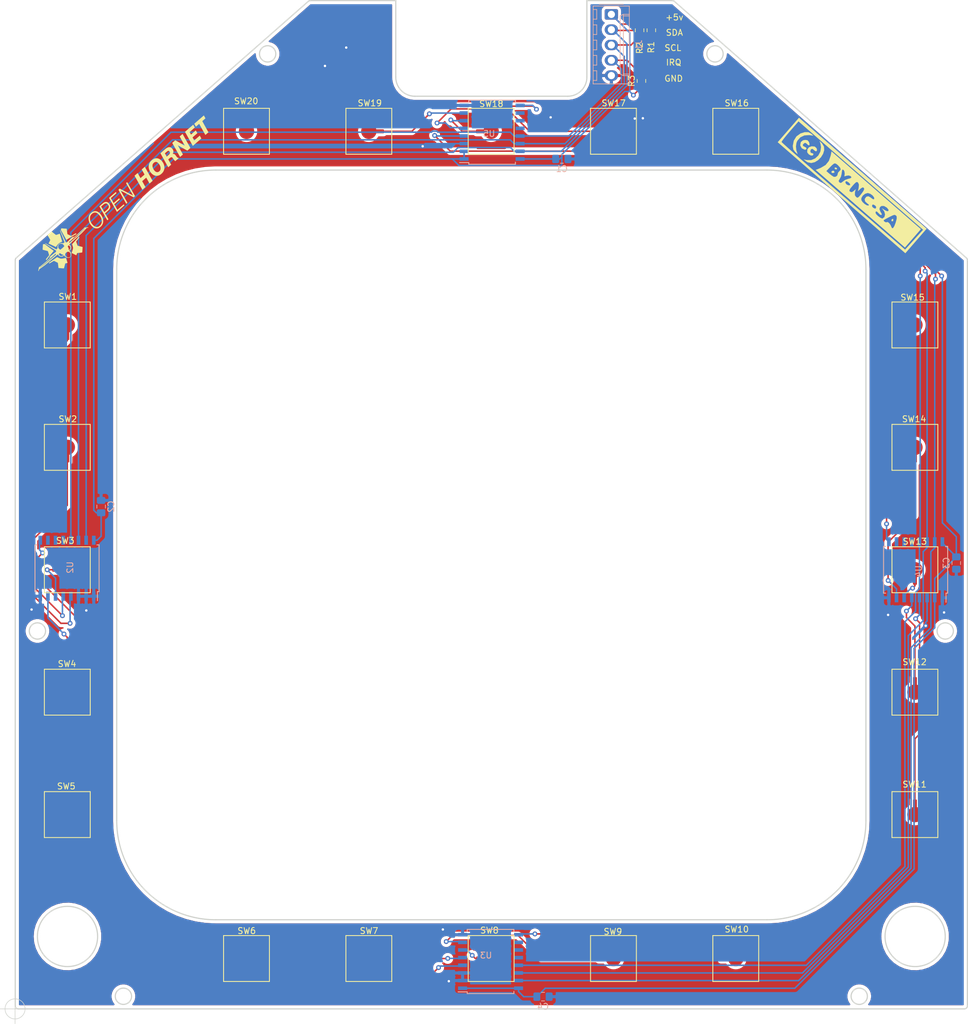
<source format=kicad_pcb>
(kicad_pcb (version 20171130) (host pcbnew "(5.1.4-0-10_14)")
  (layers (0 F.Cu signal hide) (31 B.Cu signal hide) (34 B.Paste user) (35 F.Paste user) (36 B.SilkS user) (37 F.SilkS user) (38 B.Mask user hide) (39 F.Mask user) (44 Edge.Cuts user))
  (net 0 "")
  (net 1 +5V)
  (net 2 SDA)
  (net 3 SCL)
  (net 4 IRQ)
  (net 5 GND)
  (net 6 "Net-(SW1-Pad1)")
  (net 7 "Net-(SW2-Pad1)")
  (net 8 "Net-(SW3-Pad1)")
  (net 9 "Net-(SW4-Pad1)")
  (net 10 "Net-(SW5-Pad1)")
  (net 11 "Net-(SW10-Pad1)")
  (net 12 "Net-(SW9-Pad1)")
  (net 13 "Net-(SW8-Pad1)")
  (net 14 "Net-(SW7-Pad1)")
  (net 15 "Net-(SW6-Pad1)")
  (net 16 "Net-(SW15-Pad1)")
  (net 17 "Net-(SW14-Pad1)")
  (net 18 "Net-(SW13-Pad1)")
  (net 19 "Net-(SW12-Pad1)")
  (net 20 "Net-(SW11-Pad1)")
  (net 21 "Net-(SW16-Pad1)")
  (net 22 "Net-(SW17-Pad1)")
  (net 23 "Net-(SW18-Pad1)")
  (net 24 "Net-(SW19-Pad1)")
  (net 25 "Net-(SW20-Pad1)")
  (module "KiCAD Libraries:CC-BY-NC-SA-Small" (layer F.Cu) (at 156.272 39.78 319)
    (fp_text reference G*** hide)
    (fp_text value LOGO hide)
  )
  (module "KiCAD Libraries:OH_LOGO_37.7mm_5.9mm" (layer F.Cu) (at 35.022 41.28 41)
    (fp_text reference G*** hide)
    (fp_text value LOGO hide)
  )
  (module "KiCAD Libraries:SWITCH_SNAP_DOME_6.3mm_DIA_SINGLE_SIDE_PCB" (layer F.Cu) (at 76.042 30.84)
    (fp_text reference SW19 (at 0.158 -4.678 180) (layer F.SilkS))
    (fp_text value SW_Push)
    (pad 2 smd custom (at 2.4 -1.6) (size 1.09 0.608) (layers F.Cu F.Paste F.Mask) (net 5 GND) (options (clearance outline) (anchor rect)) (primitives (gr_poly (pts (xy 0.4956 0.2284) (xy 0.4956 -0.2796) (xy -0.114 -1.2956) (xy -4.7368 -1.2956) (xy -5.2956 -0.3304) (xy -5.2956 3.4796) (xy -4.686 4.4956) (xy -0.114 4.4956) (xy 0.4956 3.4796) (xy 0.4956 2.9716) (xy -0.4696 2.9716) (xy -0.4696 3.5304) (xy -4.3304 3.5304) (xy -4.3304 -0.3304) (xy -0.4696 -0.3304) (xy -0.4696 0.2284)) (width 0.15))))
    (pad 1 smd custom (at 1.25 0) (size 2.45 0.64) (layers F.Cu F.Paste F.Mask) (net 24 "Net-(SW19-Pad1)") (options (clearance outline) (anchor rect)) (primitives (gr_line (start 1.163 0.254) (end -0.107 0.254) (width 0.15)) (gr_line (start -0.107 0.254) (end -0.107 -0.254) (width 0.15)) (gr_line (start -0.107 -0.254) (end 1.163 -0.254) (width 0.15)) (gr_line (start 1.163 -0.254) (end 1.163 0.254) (width 0.15)) (gr_poly (pts (xy 0.02 -0.254) (xy 1.163 -0.254) (xy 1.163 0.254) (xy 0.02 0.254)) (width 0.15)) (gr_circle (center -1.25 0) (end -0.045172 0) (width 0.15)) (gr_poly (pts (xy -1.25 -1.143) (xy -0.488 -0.889) (xy -0.107 -0.254) (xy -0.234 0.508) (xy -0.742 1.016) (xy -1.377 1.143) (xy -2.012 0.889) (xy -2.266 0.381) (xy -2.393 -0.127) (xy -2.139 -0.762) (xy -1.631 -1.016)) (width 0.15))))
  )
  (module "KiCAD Libraries:SWITCH_SNAP_DOME_6.3mm_DIA_SINGLE_SIDE_PCB" (layer F.Cu) (at 25.952 62.99 270)
    (fp_text reference SW1 (at -4.697 -0.083) (layer F.SilkS))
    (fp_text value SW_Push)
    (pad 2 smd custom (at 2.4 -1.6 270) (size 1.09 0.608) (layers F.Cu F.Paste F.Mask) (net 5 GND) (options (clearance outline) (anchor rect)) (primitives (gr_poly (pts (xy 0.4956 0.2284) (xy 0.4956 -0.2796) (xy -0.114 -1.2956) (xy -4.7368 -1.2956) (xy -5.2956 -0.3304) (xy -5.2956 3.4796) (xy -4.686 4.4956) (xy -0.114 4.4956) (xy 0.4956 3.4796) (xy 0.4956 2.9716) (xy -0.4696 2.9716) (xy -0.4696 3.5304) (xy -4.3304 3.5304) (xy -4.3304 -0.3304) (xy -0.4696 -0.3304) (xy -0.4696 0.2284)) (width 0.15))))
    (pad 1 smd custom (at 1.25 0 270) (size 2.45 0.64) (layers F.Cu F.Paste F.Mask) (net 6 "Net-(SW1-Pad1)") (options (clearance outline) (anchor rect)) (primitives (gr_line (start 1.163 0.254) (end -0.107 0.254) (width 0.15)) (gr_line (start -0.107 0.254) (end -0.107 -0.254) (width 0.15)) (gr_line (start -0.107 -0.254) (end 1.163 -0.254) (width 0.15)) (gr_line (start 1.163 -0.254) (end 1.163 0.254) (width 0.15)) (gr_poly (pts (xy 0.02 -0.254) (xy 1.163 -0.254) (xy 1.163 0.254) (xy 0.02 0.254)) (width 0.15)) (gr_circle (center -1.25 0) (end -0.045172 0) (width 0.15)) (gr_poly (pts (xy -1.25 -1.143) (xy -0.488 -0.889) (xy -0.107 -0.254) (xy -0.234 0.508) (xy -0.742 1.016) (xy -1.377 1.143) (xy -2.012 0.889) (xy -2.266 0.381) (xy -2.393 -0.127) (xy -2.139 -0.762) (xy -1.631 -1.016)) (width 0.15))))
  )
  (module "KiCAD Libraries:SWITCH_SNAP_DOME_6.3mm_DIA_SINGLE_SIDE_PCB" (layer F.Cu) (at 25.952 83.31 270)
    (fp_text reference SW2 (at -4.697 -0.083) (layer F.SilkS))
    (fp_text value SW_Push)
    (pad 2 smd custom (at 2.4 -1.6 270) (size 1.09 0.608) (layers F.Cu F.Paste F.Mask) (net 5 GND) (options (clearance outline) (anchor rect)) (primitives (gr_poly (pts (xy 0.4956 0.2284) (xy 0.4956 -0.2796) (xy -0.114 -1.2956) (xy -4.7368 -1.2956) (xy -5.2956 -0.3304) (xy -5.2956 3.4796) (xy -4.686 4.4956) (xy -0.114 4.4956) (xy 0.4956 3.4796) (xy 0.4956 2.9716) (xy -0.4696 2.9716) (xy -0.4696 3.5304) (xy -4.3304 3.5304) (xy -4.3304 -0.3304) (xy -0.4696 -0.3304) (xy -0.4696 0.2284)) (width 0.15))))
    (pad 1 smd custom (at 1.25 0 270) (size 2.45 0.64) (layers F.Cu F.Paste F.Mask) (net 7 "Net-(SW2-Pad1)") (options (clearance outline) (anchor rect)) (primitives (gr_line (start 1.163 0.254) (end -0.107 0.254) (width 0.15)) (gr_line (start -0.107 0.254) (end -0.107 -0.254) (width 0.15)) (gr_line (start -0.107 -0.254) (end 1.163 -0.254) (width 0.15)) (gr_line (start 1.163 -0.254) (end 1.163 0.254) (width 0.15)) (gr_poly (pts (xy 0.02 -0.254) (xy 1.163 -0.254) (xy 1.163 0.254) (xy 0.02 0.254)) (width 0.15)) (gr_circle (center -1.25 0) (end -0.045172 0) (width 0.15)) (gr_poly (pts (xy -1.25 -1.143) (xy -0.488 -0.889) (xy -0.107 -0.254) (xy -0.234 0.508) (xy -0.742 1.016) (xy -1.377 1.143) (xy -2.012 0.889) (xy -2.266 0.381) (xy -2.393 -0.127) (xy -2.139 -0.762) (xy -1.631 -1.016)) (width 0.15))))
  )
  (module "KiCAD Libraries:SWITCH_SNAP_DOME_6.3mm_DIA_SINGLE_SIDE_PCB" (layer F.Cu) (at 25.952 103.63 180)
    (fp_text reference SW3 (at 0.337 4.828) (layer F.SilkS))
    (fp_text value SW_Push)
    (pad 2 smd custom (at 2.4 -1.6 180) (size 1.09 0.608) (layers F.Cu F.Paste F.Mask) (net 5 GND) (options (clearance outline) (anchor rect)) (primitives (gr_poly (pts (xy 0.4956 0.2284) (xy 0.4956 -0.2796) (xy -0.114 -1.2956) (xy -4.7368 -1.2956) (xy -5.2956 -0.3304) (xy -5.2956 3.4796) (xy -4.686 4.4956) (xy -0.114 4.4956) (xy 0.4956 3.4796) (xy 0.4956 2.9716) (xy -0.4696 2.9716) (xy -0.4696 3.5304) (xy -4.3304 3.5304) (xy -4.3304 -0.3304) (xy -0.4696 -0.3304) (xy -0.4696 0.2284)) (width 0.15))))
    (pad 1 smd custom (at 1.25 0 180) (size 2.45 0.64) (layers F.Cu F.Paste F.Mask) (net 8 "Net-(SW3-Pad1)") (options (clearance outline) (anchor rect)) (primitives (gr_line (start 1.163 0.254) (end -0.107 0.254) (width 0.15)) (gr_line (start -0.107 0.254) (end -0.107 -0.254) (width 0.15)) (gr_line (start -0.107 -0.254) (end 1.163 -0.254) (width 0.15)) (gr_line (start 1.163 -0.254) (end 1.163 0.254) (width 0.15)) (gr_poly (pts (xy 0.02 -0.254) (xy 1.163 -0.254) (xy 1.163 0.254) (xy 0.02 0.254)) (width 0.15)) (gr_circle (center -1.25 0) (end -0.045172 0) (width 0.15)) (gr_poly (pts (xy -1.25 -1.143) (xy -0.488 -0.889) (xy -0.107 -0.254) (xy -0.234 0.508) (xy -0.742 1.016) (xy -1.377 1.143) (xy -2.012 0.889) (xy -2.266 0.381) (xy -2.393 -0.127) (xy -2.139 -0.762) (xy -1.631 -1.016)) (width 0.15))))
  )
  (module "KiCAD Libraries:SWITCH_SNAP_DOME_6.3mm_DIA_SINGLE_SIDE_PCB" (layer F.Cu) (at 25.952 123.95 90)
    (fp_text reference SW4 (at 4.697 -0.044 180) (layer F.SilkS))
    (fp_text value SW_Push)
    (pad 2 smd custom (at 2.4 -1.6 90) (size 1.09 0.608) (layers F.Cu F.Paste F.Mask) (net 5 GND) (options (clearance outline) (anchor rect)) (primitives (gr_poly (pts (xy 0.4956 0.2284) (xy 0.4956 -0.2796) (xy -0.114 -1.2956) (xy -4.7368 -1.2956) (xy -5.2956 -0.3304) (xy -5.2956 3.4796) (xy -4.686 4.4956) (xy -0.114 4.4956) (xy 0.4956 3.4796) (xy 0.4956 2.9716) (xy -0.4696 2.9716) (xy -0.4696 3.5304) (xy -4.3304 3.5304) (xy -4.3304 -0.3304) (xy -0.4696 -0.3304) (xy -0.4696 0.2284)) (width 0.15))))
    (pad 1 smd custom (at 1.25 0 90) (size 2.45 0.64) (layers F.Cu F.Paste F.Mask) (net 9 "Net-(SW4-Pad1)") (options (clearance outline) (anchor rect)) (primitives (gr_line (start 1.163 0.254) (end -0.107 0.254) (width 0.15)) (gr_line (start -0.107 0.254) (end -0.107 -0.254) (width 0.15)) (gr_line (start -0.107 -0.254) (end 1.163 -0.254) (width 0.15)) (gr_line (start 1.163 -0.254) (end 1.163 0.254) (width 0.15)) (gr_poly (pts (xy 0.02 -0.254) (xy 1.163 -0.254) (xy 1.163 0.254) (xy 0.02 0.254)) (width 0.15)) (gr_circle (center -1.25 0) (end -0.045172 0) (width 0.15)) (gr_poly (pts (xy -1.25 -1.143) (xy -0.488 -0.889) (xy -0.107 -0.254) (xy -0.234 0.508) (xy -0.742 1.016) (xy -1.377 1.143) (xy -2.012 0.889) (xy -2.266 0.381) (xy -2.393 -0.127) (xy -2.139 -0.762) (xy -1.631 -1.016)) (width 0.15))))
  )
  (module "KiCAD Libraries:SWITCH_SNAP_DOME_6.3mm_DIA_SINGLE_SIDE_PCB" (layer F.Cu) (at 25.952 144.27 90)
    (fp_text reference SW5 (at 4.697 -0.171 180) (layer F.SilkS))
    (fp_text value SW_Push)
    (pad 2 smd custom (at 2.4 -1.6 90) (size 1.09 0.608) (layers F.Cu F.Paste F.Mask) (net 5 GND) (options (clearance outline) (anchor rect)) (primitives (gr_poly (pts (xy 0.4956 0.2284) (xy 0.4956 -0.2796) (xy -0.114 -1.2956) (xy -4.7368 -1.2956) (xy -5.2956 -0.3304) (xy -5.2956 3.4796) (xy -4.686 4.4956) (xy -0.114 4.4956) (xy 0.4956 3.4796) (xy 0.4956 2.9716) (xy -0.4696 2.9716) (xy -0.4696 3.5304) (xy -4.3304 3.5304) (xy -4.3304 -0.3304) (xy -0.4696 -0.3304) (xy -0.4696 0.2284)) (width 0.15))))
    (pad 1 smd custom (at 1.25 0 90) (size 2.45 0.64) (layers F.Cu F.Paste F.Mask) (net 10 "Net-(SW5-Pad1)") (options (clearance outline) (anchor rect)) (primitives (gr_line (start 1.163 0.254) (end -0.107 0.254) (width 0.15)) (gr_line (start -0.107 0.254) (end -0.107 -0.254) (width 0.15)) (gr_line (start -0.107 -0.254) (end 1.163 -0.254) (width 0.15)) (gr_line (start 1.163 -0.254) (end 1.163 0.254) (width 0.15)) (gr_poly (pts (xy 0.02 -0.254) (xy 1.163 -0.254) (xy 1.163 0.254) (xy 0.02 0.254)) (width 0.15)) (gr_circle (center -1.25 0) (end -0.045172 0) (width 0.15)) (gr_poly (pts (xy -1.25 -1.143) (xy -0.488 -0.889) (xy -0.107 -0.254) (xy -0.234 0.508) (xy -0.742 1.016) (xy -1.377 1.143) (xy -2.012 0.889) (xy -2.266 0.381) (xy -2.393 -0.127) (xy -2.139 -0.762) (xy -1.631 -1.016)) (width 0.15))))
  )
  (module "KiCAD Libraries:SWITCH_SNAP_DOME_6.3mm_DIA_SINGLE_SIDE_PCB" (layer F.Cu) (at 55.722 168.17)
    (fp_text reference SW6 (at 0.031 -4.594 180) (layer F.SilkS))
    (fp_text value SW_Push)
    (pad 2 smd custom (at 2.4 -1.6) (size 1.09 0.608) (layers F.Cu F.Paste F.Mask) (net 5 GND) (options (clearance outline) (anchor rect)) (primitives (gr_poly (pts (xy 0.4956 0.2284) (xy 0.4956 -0.2796) (xy -0.114 -1.2956) (xy -4.7368 -1.2956) (xy -5.2956 -0.3304) (xy -5.2956 3.4796) (xy -4.686 4.4956) (xy -0.114 4.4956) (xy 0.4956 3.4796) (xy 0.4956 2.9716) (xy -0.4696 2.9716) (xy -0.4696 3.5304) (xy -4.3304 3.5304) (xy -4.3304 -0.3304) (xy -0.4696 -0.3304) (xy -0.4696 0.2284)) (width 0.15))))
    (pad 1 smd custom (at 1.25 0) (size 2.45 0.64) (layers F.Cu F.Paste F.Mask) (net 15 "Net-(SW6-Pad1)") (options (clearance outline) (anchor rect)) (primitives (gr_line (start 1.163 0.254) (end -0.107 0.254) (width 0.15)) (gr_line (start -0.107 0.254) (end -0.107 -0.254) (width 0.15)) (gr_line (start -0.107 -0.254) (end 1.163 -0.254) (width 0.15)) (gr_line (start 1.163 -0.254) (end 1.163 0.254) (width 0.15)) (gr_poly (pts (xy 0.02 -0.254) (xy 1.163 -0.254) (xy 1.163 0.254) (xy 0.02 0.254)) (width 0.15)) (gr_circle (center -1.25 0) (end -0.045172 0) (width 0.15)) (gr_poly (pts (xy -1.25 -1.143) (xy -0.488 -0.889) (xy -0.107 -0.254) (xy -0.234 0.508) (xy -0.742 1.016) (xy -1.377 1.143) (xy -2.012 0.889) (xy -2.266 0.381) (xy -2.393 -0.127) (xy -2.139 -0.762) (xy -1.631 -1.016)) (width 0.15))))
  )
  (module "KiCAD Libraries:SWITCH_SNAP_DOME_6.3mm_DIA_SINGLE_SIDE_PCB" (layer F.Cu) (at 76.042 168.17)
    (fp_text reference SW7 (at 0.031 -4.594 180) (layer F.SilkS))
    (fp_text value SW_Push)
    (pad 2 smd custom (at 2.4 -1.6) (size 1.09 0.608) (layers F.Cu F.Paste F.Mask) (net 5 GND) (options (clearance outline) (anchor rect)) (primitives (gr_poly (pts (xy 0.4956 0.2284) (xy 0.4956 -0.2796) (xy -0.114 -1.2956) (xy -4.7368 -1.2956) (xy -5.2956 -0.3304) (xy -5.2956 3.4796) (xy -4.686 4.4956) (xy -0.114 4.4956) (xy 0.4956 3.4796) (xy 0.4956 2.9716) (xy -0.4696 2.9716) (xy -0.4696 3.5304) (xy -4.3304 3.5304) (xy -4.3304 -0.3304) (xy -0.4696 -0.3304) (xy -0.4696 0.2284)) (width 0.15))))
    (pad 1 smd custom (at 1.25 0) (size 2.45 0.64) (layers F.Cu F.Paste F.Mask) (net 14 "Net-(SW7-Pad1)") (options (clearance outline) (anchor rect)) (primitives (gr_line (start 1.163 0.254) (end -0.107 0.254) (width 0.15)) (gr_line (start -0.107 0.254) (end -0.107 -0.254) (width 0.15)) (gr_line (start -0.107 -0.254) (end 1.163 -0.254) (width 0.15)) (gr_line (start 1.163 -0.254) (end 1.163 0.254) (width 0.15)) (gr_poly (pts (xy 0.02 -0.254) (xy 1.163 -0.254) (xy 1.163 0.254) (xy 0.02 0.254)) (width 0.15)) (gr_circle (center -1.25 0) (end -0.045172 0) (width 0.15)) (gr_poly (pts (xy -1.25 -1.143) (xy -0.488 -0.889) (xy -0.107 -0.254) (xy -0.234 0.508) (xy -0.742 1.016) (xy -1.377 1.143) (xy -2.012 0.889) (xy -2.266 0.381) (xy -2.393 -0.127) (xy -2.139 -0.762) (xy -1.631 -1.016)) (width 0.15))))
  )
  (module "KiCAD Libraries:SWITCH_SNAP_DOME_6.3mm_DIA_SINGLE_SIDE_PCB" (layer F.Cu) (at 96.362 168.17 180)
    (fp_text reference SW8 (at 0.285 4.677) (layer F.SilkS))
    (fp_text value SW_Push)
    (pad 2 smd custom (at 2.4 -1.6 180) (size 1.09 0.608) (layers F.Cu F.Paste F.Mask) (net 5 GND) (options (clearance outline) (anchor rect)) (primitives (gr_poly (pts (xy 0.4956 0.2284) (xy 0.4956 -0.2796) (xy -0.114 -1.2956) (xy -4.7368 -1.2956) (xy -5.2956 -0.3304) (xy -5.2956 3.4796) (xy -4.686 4.4956) (xy -0.114 4.4956) (xy 0.4956 3.4796) (xy 0.4956 2.9716) (xy -0.4696 2.9716) (xy -0.4696 3.5304) (xy -4.3304 3.5304) (xy -4.3304 -0.3304) (xy -0.4696 -0.3304) (xy -0.4696 0.2284)) (width 0.15))))
    (pad 1 smd custom (at 1.25 0 180) (size 2.45 0.64) (layers F.Cu F.Paste F.Mask) (net 13 "Net-(SW8-Pad1)") (options (clearance outline) (anchor rect)) (primitives (gr_line (start 1.163 0.254) (end -0.107 0.254) (width 0.15)) (gr_line (start -0.107 0.254) (end -0.107 -0.254) (width 0.15)) (gr_line (start -0.107 -0.254) (end 1.163 -0.254) (width 0.15)) (gr_line (start 1.163 -0.254) (end 1.163 0.254) (width 0.15)) (gr_poly (pts (xy 0.02 -0.254) (xy 1.163 -0.254) (xy 1.163 0.254) (xy 0.02 0.254)) (width 0.15)) (gr_circle (center -1.25 0) (end -0.045172 0) (width 0.15)) (gr_poly (pts (xy -1.25 -1.143) (xy -0.488 -0.889) (xy -0.107 -0.254) (xy -0.234 0.508) (xy -0.742 1.016) (xy -1.377 1.143) (xy -2.012 0.889) (xy -2.266 0.381) (xy -2.393 -0.127) (xy -2.139 -0.762) (xy -1.631 -1.016)) (width 0.15))))
  )
  (module "KiCAD Libraries:SWITCH_SNAP_DOME_6.3mm_DIA_SINGLE_SIDE_PCB" (layer F.Cu) (at 116.682 168.17 180)
    (fp_text reference SW9 (at 0.096 4.467) (layer F.SilkS))
    (fp_text value SW_Push)
    (pad 2 smd custom (at 2.4 -1.6 180) (size 1.09 0.608) (layers F.Cu F.Paste F.Mask) (net 5 GND) (options (clearance outline) (anchor rect)) (primitives (gr_poly (pts (xy 0.4956 0.2284) (xy 0.4956 -0.2796) (xy -0.114 -1.2956) (xy -4.7368 -1.2956) (xy -5.2956 -0.3304) (xy -5.2956 3.4796) (xy -4.686 4.4956) (xy -0.114 4.4956) (xy 0.4956 3.4796) (xy 0.4956 2.9716) (xy -0.4696 2.9716) (xy -0.4696 3.5304) (xy -4.3304 3.5304) (xy -4.3304 -0.3304) (xy -0.4696 -0.3304) (xy -0.4696 0.2284)) (width 0.15))))
    (pad 1 smd custom (at 1.25 0 180) (size 2.45 0.64) (layers F.Cu F.Paste F.Mask) (net 12 "Net-(SW9-Pad1)") (options (clearance outline) (anchor rect)) (primitives (gr_line (start 1.163 0.254) (end -0.107 0.254) (width 0.15)) (gr_line (start -0.107 0.254) (end -0.107 -0.254) (width 0.15)) (gr_line (start -0.107 -0.254) (end 1.163 -0.254) (width 0.15)) (gr_line (start 1.163 -0.254) (end 1.163 0.254) (width 0.15)) (gr_poly (pts (xy 0.02 -0.254) (xy 1.163 -0.254) (xy 1.163 0.254) (xy 0.02 0.254)) (width 0.15)) (gr_circle (center -1.25 0) (end -0.045172 0) (width 0.15)) (gr_poly (pts (xy -1.25 -1.143) (xy -0.488 -0.889) (xy -0.107 -0.254) (xy -0.234 0.508) (xy -0.742 1.016) (xy -1.377 1.143) (xy -2.012 0.889) (xy -2.266 0.381) (xy -2.393 -0.127) (xy -2.139 -0.762) (xy -1.631 -1.016)) (width 0.15))))
  )
  (module "KiCAD Libraries:SWITCH_SNAP_DOME_6.3mm_DIA_SINGLE_SIDE_PCB" (layer F.Cu) (at 137.002 168.17 180)
    (fp_text reference SW10 (at -0.158 4.848) (layer F.SilkS))
    (fp_text value SW_Push)
    (pad 2 smd custom (at 2.4 -1.6 180) (size 1.09 0.608) (layers F.Cu F.Paste F.Mask) (net 5 GND) (options (clearance outline) (anchor rect)) (primitives (gr_poly (pts (xy 0.4956 0.2284) (xy 0.4956 -0.2796) (xy -0.114 -1.2956) (xy -4.7368 -1.2956) (xy -5.2956 -0.3304) (xy -5.2956 3.4796) (xy -4.686 4.4956) (xy -0.114 4.4956) (xy 0.4956 3.4796) (xy 0.4956 2.9716) (xy -0.4696 2.9716) (xy -0.4696 3.5304) (xy -4.3304 3.5304) (xy -4.3304 -0.3304) (xy -0.4696 -0.3304) (xy -0.4696 0.2284)) (width 0.15))))
    (pad 1 smd custom (at 1.25 0 180) (size 2.45 0.64) (layers F.Cu F.Paste F.Mask) (net 11 "Net-(SW10-Pad1)") (options (clearance outline) (anchor rect)) (primitives (gr_line (start 1.163 0.254) (end -0.107 0.254) (width 0.15)) (gr_line (start -0.107 0.254) (end -0.107 -0.254) (width 0.15)) (gr_line (start -0.107 -0.254) (end 1.163 -0.254) (width 0.15)) (gr_line (start 1.163 -0.254) (end 1.163 0.254) (width 0.15)) (gr_poly (pts (xy 0.02 -0.254) (xy 1.163 -0.254) (xy 1.163 0.254) (xy 0.02 0.254)) (width 0.15)) (gr_circle (center -1.25 0) (end -0.045172 0) (width 0.15)) (gr_poly (pts (xy -1.25 -1.143) (xy -0.488 -0.889) (xy -0.107 -0.254) (xy -0.234 0.508) (xy -0.742 1.016) (xy -1.377 1.143) (xy -2.012 0.889) (xy -2.266 0.381) (xy -2.393 -0.127) (xy -2.139 -0.762) (xy -1.631 -1.016)) (width 0.15))))
  )
  (module "KiCAD Libraries:SWITCH_SNAP_DOME_6.3mm_DIA_SINGLE_SIDE_PCB" (layer F.Cu) (at 166.762 144.27 90)
    (fp_text reference SW11 (at 5.008 -0.056 180) (layer F.SilkS))
    (fp_text value SW_Push)
    (pad 2 smd custom (at 2.4 -1.6 90) (size 1.09 0.608) (layers F.Cu F.Paste F.Mask) (net 5 GND) (options (clearance outline) (anchor rect)) (primitives (gr_poly (pts (xy 0.4956 0.2284) (xy 0.4956 -0.2796) (xy -0.114 -1.2956) (xy -4.7368 -1.2956) (xy -5.2956 -0.3304) (xy -5.2956 3.4796) (xy -4.686 4.4956) (xy -0.114 4.4956) (xy 0.4956 3.4796) (xy 0.4956 2.9716) (xy -0.4696 2.9716) (xy -0.4696 3.5304) (xy -4.3304 3.5304) (xy -4.3304 -0.3304) (xy -0.4696 -0.3304) (xy -0.4696 0.2284)) (width 0.15))))
    (pad 1 smd custom (at 1.25 0 90) (size 2.45 0.64) (layers F.Cu F.Paste F.Mask) (net 20 "Net-(SW11-Pad1)") (options (clearance outline) (anchor rect)) (primitives (gr_line (start 1.163 0.254) (end -0.107 0.254) (width 0.15)) (gr_line (start -0.107 0.254) (end -0.107 -0.254) (width 0.15)) (gr_line (start -0.107 -0.254) (end 1.163 -0.254) (width 0.15)) (gr_line (start 1.163 -0.254) (end 1.163 0.254) (width 0.15)) (gr_poly (pts (xy 0.02 -0.254) (xy 1.163 -0.254) (xy 1.163 0.254) (xy 0.02 0.254)) (width 0.15)) (gr_circle (center -1.25 0) (end -0.045172 0) (width 0.15)) (gr_poly (pts (xy -1.25 -1.143) (xy -0.488 -0.889) (xy -0.107 -0.254) (xy -0.234 0.508) (xy -0.742 1.016) (xy -1.377 1.143) (xy -2.012 0.889) (xy -2.266 0.381) (xy -2.393 -0.127) (xy -2.139 -0.762) (xy -1.631 -1.016)) (width 0.15))))
  )
  (module "KiCAD Libraries:SWITCH_SNAP_DOME_6.3mm_DIA_SINGLE_SIDE_PCB" (layer F.Cu) (at 166.762 123.95 90)
    (fp_text reference SW12 (at 5.008 -0.056 180) (layer F.SilkS))
    (fp_text value SW_Push)
    (pad 2 smd custom (at 2.4 -1.6 90) (size 1.09 0.608) (layers F.Cu F.Paste F.Mask) (net 5 GND) (options (clearance outline) (anchor rect)) (primitives (gr_poly (pts (xy 0.4956 0.2284) (xy 0.4956 -0.2796) (xy -0.114 -1.2956) (xy -4.7368 -1.2956) (xy -5.2956 -0.3304) (xy -5.2956 3.4796) (xy -4.686 4.4956) (xy -0.114 4.4956) (xy 0.4956 3.4796) (xy 0.4956 2.9716) (xy -0.4696 2.9716) (xy -0.4696 3.5304) (xy -4.3304 3.5304) (xy -4.3304 -0.3304) (xy -0.4696 -0.3304) (xy -0.4696 0.2284)) (width 0.15))))
    (pad 1 smd custom (at 1.25 0 90) (size 2.45 0.64) (layers F.Cu F.Paste F.Mask) (net 19 "Net-(SW12-Pad1)") (options (clearance outline) (anchor rect)) (primitives (gr_line (start 1.163 0.254) (end -0.107 0.254) (width 0.15)) (gr_line (start -0.107 0.254) (end -0.107 -0.254) (width 0.15)) (gr_line (start -0.107 -0.254) (end 1.163 -0.254) (width 0.15)) (gr_line (start 1.163 -0.254) (end 1.163 0.254) (width 0.15)) (gr_poly (pts (xy 0.02 -0.254) (xy 1.163 -0.254) (xy 1.163 0.254) (xy 0.02 0.254)) (width 0.15)) (gr_circle (center -1.25 0) (end -0.045172 0) (width 0.15)) (gr_poly (pts (xy -1.25 -1.143) (xy -0.488 -0.889) (xy -0.107 -0.254) (xy -0.234 0.508) (xy -0.742 1.016) (xy -1.377 1.143) (xy -2.012 0.889) (xy -2.266 0.381) (xy -2.393 -0.127) (xy -2.139 -0.762) (xy -1.631 -1.016)) (width 0.15))))
  )
  (module "KiCAD Libraries:SWITCH_SNAP_DOME_6.3mm_DIA_SINGLE_SIDE_PCB" (layer F.Cu) (at 166.762 103.63 270)
    (fp_text reference SW13 (at -4.697 0.011 180) (layer F.SilkS))
    (fp_text value SW_Push)
    (pad 2 smd custom (at 2.4 -1.6 270) (size 1.09 0.608) (layers F.Cu F.Paste F.Mask) (net 5 GND) (options (clearance outline) (anchor rect)) (primitives (gr_poly (pts (xy 0.4956 0.2284) (xy 0.4956 -0.2796) (xy -0.114 -1.2956) (xy -4.7368 -1.2956) (xy -5.2956 -0.3304) (xy -5.2956 3.4796) (xy -4.686 4.4956) (xy -0.114 4.4956) (xy 0.4956 3.4796) (xy 0.4956 2.9716) (xy -0.4696 2.9716) (xy -0.4696 3.5304) (xy -4.3304 3.5304) (xy -4.3304 -0.3304) (xy -0.4696 -0.3304) (xy -0.4696 0.2284)) (width 0.15))))
    (pad 1 smd custom (at 1.25 0 270) (size 2.45 0.64) (layers F.Cu F.Paste F.Mask) (net 18 "Net-(SW13-Pad1)") (options (clearance outline) (anchor rect)) (primitives (gr_line (start 1.163 0.254) (end -0.107 0.254) (width 0.15)) (gr_line (start -0.107 0.254) (end -0.107 -0.254) (width 0.15)) (gr_line (start -0.107 -0.254) (end 1.163 -0.254) (width 0.15)) (gr_line (start 1.163 -0.254) (end 1.163 0.254) (width 0.15)) (gr_poly (pts (xy 0.02 -0.254) (xy 1.163 -0.254) (xy 1.163 0.254) (xy 0.02 0.254)) (width 0.15)) (gr_circle (center -1.25 0) (end -0.045172 0) (width 0.15)) (gr_poly (pts (xy -1.25 -1.143) (xy -0.488 -0.889) (xy -0.107 -0.254) (xy -0.234 0.508) (xy -0.742 1.016) (xy -1.377 1.143) (xy -2.012 0.889) (xy -2.266 0.381) (xy -2.393 -0.127) (xy -2.139 -0.762) (xy -1.631 -1.016)) (width 0.15))))
  )
  (module "KiCAD Libraries:SWITCH_SNAP_DOME_6.3mm_DIA_SINGLE_SIDE_PCB" (layer F.Cu) (at 166.762 83.31 270)
    (fp_text reference SW14 (at -4.697 0.138) (layer F.SilkS))
    (fp_text value SW_Push)
    (pad 2 smd custom (at 2.4 -1.6 270) (size 1.09 0.608) (layers F.Cu F.Paste F.Mask) (net 5 GND) (options (clearance outline) (anchor rect)) (primitives (gr_poly (pts (xy 0.4956 0.2284) (xy 0.4956 -0.2796) (xy -0.114 -1.2956) (xy -4.7368 -1.2956) (xy -5.2956 -0.3304) (xy -5.2956 3.4796) (xy -4.686 4.4956) (xy -0.114 4.4956) (xy 0.4956 3.4796) (xy 0.4956 2.9716) (xy -0.4696 2.9716) (xy -0.4696 3.5304) (xy -4.3304 3.5304) (xy -4.3304 -0.3304) (xy -0.4696 -0.3304) (xy -0.4696 0.2284)) (width 0.15))))
    (pad 1 smd custom (at 1.25 0 270) (size 2.45 0.64) (layers F.Cu F.Paste F.Mask) (net 17 "Net-(SW14-Pad1)") (options (clearance outline) (anchor rect)) (primitives (gr_line (start 1.163 0.254) (end -0.107 0.254) (width 0.15)) (gr_line (start -0.107 0.254) (end -0.107 -0.254) (width 0.15)) (gr_line (start -0.107 -0.254) (end 1.163 -0.254) (width 0.15)) (gr_line (start 1.163 -0.254) (end 1.163 0.254) (width 0.15)) (gr_poly (pts (xy 0.02 -0.254) (xy 1.163 -0.254) (xy 1.163 0.254) (xy 0.02 0.254)) (width 0.15)) (gr_circle (center -1.25 0) (end -0.045172 0) (width 0.15)) (gr_poly (pts (xy -1.25 -1.143) (xy -0.488 -0.889) (xy -0.107 -0.254) (xy -0.234 0.508) (xy -0.742 1.016) (xy -1.377 1.143) (xy -2.012 0.889) (xy -2.266 0.381) (xy -2.393 -0.127) (xy -2.139 -0.762) (xy -1.631 -1.016)) (width 0.15))))
  )
  (module "KiCAD Libraries:SWITCH_SNAP_DOME_6.3mm_DIA_SINGLE_SIDE_PCB" (layer F.Cu) (at 166.762 62.99 180)
    (fp_text reference SW15 (at 0.392 4.57) (layer F.SilkS))
    (fp_text value SW_Push)
    (pad 2 smd custom (at 2.4 -1.6 180) (size 1.09 0.608) (layers F.Cu F.Paste F.Mask) (net 5 GND) (options (clearance outline) (anchor rect)) (primitives (gr_poly (pts (xy 0.4956 0.2284) (xy 0.4956 -0.2796) (xy -0.114 -1.2956) (xy -4.7368 -1.2956) (xy -5.2956 -0.3304) (xy -5.2956 3.4796) (xy -4.686 4.4956) (xy -0.114 4.4956) (xy 0.4956 3.4796) (xy 0.4956 2.9716) (xy -0.4696 2.9716) (xy -0.4696 3.5304) (xy -4.3304 3.5304) (xy -4.3304 -0.3304) (xy -0.4696 -0.3304) (xy -0.4696 0.2284)) (width 0.15))))
    (pad 1 smd custom (at 1.25 0 180) (size 2.45 0.64) (layers F.Cu F.Paste F.Mask) (net 16 "Net-(SW15-Pad1)") (options (clearance outline) (anchor rect)) (primitives (gr_line (start 1.163 0.254) (end -0.107 0.254) (width 0.15)) (gr_line (start -0.107 0.254) (end -0.107 -0.254) (width 0.15)) (gr_line (start -0.107 -0.254) (end 1.163 -0.254) (width 0.15)) (gr_line (start 1.163 -0.254) (end 1.163 0.254) (width 0.15)) (gr_poly (pts (xy 0.02 -0.254) (xy 1.163 -0.254) (xy 1.163 0.254) (xy 0.02 0.254)) (width 0.15)) (gr_circle (center -1.25 0) (end -0.045172 0) (width 0.15)) (gr_poly (pts (xy -1.25 -1.143) (xy -0.488 -0.889) (xy -0.107 -0.254) (xy -0.234 0.508) (xy -0.742 1.016) (xy -1.377 1.143) (xy -2.012 0.889) (xy -2.266 0.381) (xy -2.393 -0.127) (xy -2.139 -0.762) (xy -1.631 -1.016)) (width 0.15))))
  )
  (module "KiCAD Libraries:SWITCH_SNAP_DOME_6.3mm_DIA_SINGLE_SIDE_PCB" (layer F.Cu) (at 137.002 30.84 180)
    (fp_text reference SW16 (at -0.158 4.678) (layer F.SilkS))
    (fp_text value SW_Push)
    (pad 2 smd custom (at 2.4 -1.6 180) (size 1.09 0.608) (layers F.Cu F.Paste F.Mask) (net 5 GND) (options (clearance outline) (anchor rect)) (primitives (gr_poly (pts (xy 0.4956 0.2284) (xy 0.4956 -0.2796) (xy -0.114 -1.2956) (xy -4.7368 -1.2956) (xy -5.2956 -0.3304) (xy -5.2956 3.4796) (xy -4.686 4.4956) (xy -0.114 4.4956) (xy 0.4956 3.4796) (xy 0.4956 2.9716) (xy -0.4696 2.9716) (xy -0.4696 3.5304) (xy -4.3304 3.5304) (xy -4.3304 -0.3304) (xy -0.4696 -0.3304) (xy -0.4696 0.2284)) (width 0.15))))
    (pad 1 smd custom (at 1.25 0 180) (size 2.45 0.64) (layers F.Cu F.Paste F.Mask) (net 21 "Net-(SW16-Pad1)") (options (clearance outline) (anchor rect)) (primitives (gr_line (start 1.163 0.254) (end -0.107 0.254) (width 0.15)) (gr_line (start -0.107 0.254) (end -0.107 -0.254) (width 0.15)) (gr_line (start -0.107 -0.254) (end 1.163 -0.254) (width 0.15)) (gr_line (start 1.163 -0.254) (end 1.163 0.254) (width 0.15)) (gr_poly (pts (xy 0.02 -0.254) (xy 1.163 -0.254) (xy 1.163 0.254) (xy 0.02 0.254)) (width 0.15)) (gr_circle (center -1.25 0) (end -0.045172 0) (width 0.15)) (gr_poly (pts (xy -1.25 -1.143) (xy -0.488 -0.889) (xy -0.107 -0.254) (xy -0.234 0.508) (xy -0.742 1.016) (xy -1.377 1.143) (xy -2.012 0.889) (xy -2.266 0.381) (xy -2.393 -0.127) (xy -2.139 -0.762) (xy -1.631 -1.016)) (width 0.15))))
  )
  (module "KiCAD Libraries:SWITCH_SNAP_DOME_6.3mm_DIA_SINGLE_SIDE_PCB" (layer F.Cu) (at 116.682 30.84 180)
    (fp_text reference SW17 (at -0.031 4.678) (layer F.SilkS))
    (fp_text value SW_Push)
    (pad 2 smd custom (at 2.4 -1.6 180) (size 1.09 0.608) (layers F.Cu F.Paste F.Mask) (net 5 GND) (options (clearance outline) (anchor rect)) (primitives (gr_poly (pts (xy 0.4956 0.2284) (xy 0.4956 -0.2796) (xy -0.114 -1.2956) (xy -4.7368 -1.2956) (xy -5.2956 -0.3304) (xy -5.2956 3.4796) (xy -4.686 4.4956) (xy -0.114 4.4956) (xy 0.4956 3.4796) (xy 0.4956 2.9716) (xy -0.4696 2.9716) (xy -0.4696 3.5304) (xy -4.3304 3.5304) (xy -4.3304 -0.3304) (xy -0.4696 -0.3304) (xy -0.4696 0.2284)) (width 0.15))))
    (pad 1 smd custom (at 1.25 0 180) (size 2.45 0.64) (layers F.Cu F.Paste F.Mask) (net 22 "Net-(SW17-Pad1)") (options (clearance outline) (anchor rect)) (primitives (gr_line (start 1.163 0.254) (end -0.107 0.254) (width 0.15)) (gr_line (start -0.107 0.254) (end -0.107 -0.254) (width 0.15)) (gr_line (start -0.107 -0.254) (end 1.163 -0.254) (width 0.15)) (gr_line (start 1.163 -0.254) (end 1.163 0.254) (width 0.15)) (gr_poly (pts (xy 0.02 -0.254) (xy 1.163 -0.254) (xy 1.163 0.254) (xy 0.02 0.254)) (width 0.15)) (gr_circle (center -1.25 0) (end -0.045172 0) (width 0.15)) (gr_poly (pts (xy -1.25 -1.143) (xy -0.488 -0.889) (xy -0.107 -0.254) (xy -0.234 0.508) (xy -0.742 1.016) (xy -1.377 1.143) (xy -2.012 0.889) (xy -2.266 0.381) (xy -2.393 -0.127) (xy -2.139 -0.762) (xy -1.631 -1.016)) (width 0.15))))
  )
  (module "KiCAD Libraries:SWITCH_SNAP_DOME_6.3mm_DIA_SINGLE_SIDE_PCB" (layer F.Cu) (at 96.362 30.84 180)
    (fp_text reference SW18 (at -0.031 4.551) (layer F.SilkS))
    (fp_text value SW_Push)
    (pad 2 smd custom (at 2.4 -1.6 180) (size 1.09 0.608) (layers F.Cu F.Paste F.Mask) (net 5 GND) (options (clearance outline) (anchor rect)) (primitives (gr_poly (pts (xy 0.4956 0.2284) (xy 0.4956 -0.2796) (xy -0.114 -1.2956) (xy -4.7368 -1.2956) (xy -5.2956 -0.3304) (xy -5.2956 3.4796) (xy -4.686 4.4956) (xy -0.114 4.4956) (xy 0.4956 3.4796) (xy 0.4956 2.9716) (xy -0.4696 2.9716) (xy -0.4696 3.5304) (xy -4.3304 3.5304) (xy -4.3304 -0.3304) (xy -0.4696 -0.3304) (xy -0.4696 0.2284)) (width 0.15))))
    (pad 1 smd custom (at 1.25 0 180) (size 2.45 0.64) (layers F.Cu F.Paste F.Mask) (net 23 "Net-(SW18-Pad1)") (options (clearance outline) (anchor rect)) (primitives (gr_line (start 1.163 0.254) (end -0.107 0.254) (width 0.15)) (gr_line (start -0.107 0.254) (end -0.107 -0.254) (width 0.15)) (gr_line (start -0.107 -0.254) (end 1.163 -0.254) (width 0.15)) (gr_line (start 1.163 -0.254) (end 1.163 0.254) (width 0.15)) (gr_poly (pts (xy 0.02 -0.254) (xy 1.163 -0.254) (xy 1.163 0.254) (xy 0.02 0.254)) (width 0.15)) (gr_circle (center -1.25 0) (end -0.045172 0) (width 0.15)) (gr_poly (pts (xy -1.25 -1.143) (xy -0.488 -0.889) (xy -0.107 -0.254) (xy -0.234 0.508) (xy -0.742 1.016) (xy -1.377 1.143) (xy -2.012 0.889) (xy -2.266 0.381) (xy -2.393 -0.127) (xy -2.139 -0.762) (xy -1.631 -1.016)) (width 0.15))))
  )
  (module "KiCAD Libraries:SWITCH_SNAP_DOME_6.3mm_DIA_SINGLE_SIDE_PCB" (layer F.Cu) (at 55.722 30.84 90)
    (fp_text reference SW20 (at 5.008 -0.056 180) (layer F.SilkS))
    (fp_text value SW_Push)
    (pad 2 smd custom (at 2.4 -1.6 90) (size 1.09 0.608) (layers F.Cu F.Paste F.Mask) (net 5 GND) (options (clearance outline) (anchor rect)) (primitives (gr_poly (pts (xy 0.4956 0.2284) (xy 0.4956 -0.2796) (xy -0.114 -1.2956) (xy -4.7368 -1.2956) (xy -5.2956 -0.3304) (xy -5.2956 3.4796) (xy -4.686 4.4956) (xy -0.114 4.4956) (xy 0.4956 3.4796) (xy 0.4956 2.9716) (xy -0.4696 2.9716) (xy -0.4696 3.5304) (xy -4.3304 3.5304) (xy -4.3304 -0.3304) (xy -0.4696 -0.3304) (xy -0.4696 0.2284)) (width 0.15))))
    (pad 1 smd custom (at 1.25 0 90) (size 2.45 0.64) (layers F.Cu F.Paste F.Mask) (net 25 "Net-(SW20-Pad1)") (options (clearance outline) (anchor rect)) (primitives (gr_line (start 1.163 0.254) (end -0.107 0.254) (width 0.15)) (gr_line (start -0.107 0.254) (end -0.107 -0.254) (width 0.15)) (gr_line (start -0.107 -0.254) (end 1.163 -0.254) (width 0.15)) (gr_line (start 1.163 -0.254) (end 1.163 0.254) (width 0.15)) (gr_poly (pts (xy 0.02 -0.254) (xy 1.163 -0.254) (xy 1.163 0.254) (xy 0.02 0.254)) (width 0.15)) (gr_circle (center -1.25 0) (end -0.045172 0) (width 0.15)) (gr_poly (pts (xy -1.25 -1.143) (xy -0.488 -0.889) (xy -0.107 -0.254) (xy -0.234 0.508) (xy -0.742 1.016) (xy -1.377 1.143) (xy -2.012 0.889) (xy -2.266 0.381) (xy -2.393 -0.127) (xy -2.139 -0.762) (xy -1.631 -1.016)) (width 0.15))))
  )
  (module Connector_Molex:Molex_KK-254_AE-6410-05A_1x05_P2.54mm_Vertical (layer B.Cu) (at 116.332 11.43 270)
    (fp_text reference J1 (at 5.08 -4.572 270) (layer B.SilkS) (effects (justify mirror)))
    (fp_text value ExpansionPort)
    (pad 1 thru_hole roundrect (at 0 0 270) (size 1.74 2.2) (drill 1.2) (layers *.Cu *.Mask) (roundrect_rratio 0.143678) (net 1 +5V))
    (pad 2 thru_hole oval (at 2.54 0 270) (size 1.74 2.2) (drill 1.2) (layers *.Cu *.Mask) (net 2 SDA))
    (pad 3 thru_hole oval (at 5.08 0 270) (size 1.74 2.2) (drill 1.2) (layers *.Cu *.Mask) (net 3 SCL))
    (pad 4 thru_hole oval (at 7.62 0 270) (size 1.74 2.2) (drill 1.2) (layers *.Cu *.Mask) (net 4 IRQ))
    (pad 5 thru_hole oval (at 10.16 0 270) (size 1.74 2.2) (drill 1.2) (layers *.Cu *.Mask) (net 5 GND))
  )
  (module Package_SO:SOIC-16W_7.5x10.3mm_P1.27mm (layer B.Cu) (at 25.908 103.378 90)
    (fp_text reference U2 (at 0.127 0.508 90) (layer B.SilkS) (effects (justify mirror)))
    (fp_text value TCA9534)
    (pad 1 smd rect (at -4.65 4.445 90) (size 1.5 0.6) (layers B.Cu B.Paste B.Mask) (net 5 GND))
    (pad 2 smd rect (at -4.65 3.175 90) (size 1.5 0.6) (layers B.Cu B.Paste B.Mask) (net 5 GND))
    (pad 3 smd rect (at -4.65 1.905 90) (size 1.5 0.6) (layers B.Cu B.Paste B.Mask) (net 5 GND))
    (pad 4 smd rect (at -4.65 0.635 90) (size 1.5 0.6) (layers B.Cu B.Paste B.Mask) (net 6 "Net-(SW1-Pad1)"))
    (pad 5 smd rect (at -4.65 -0.635 90) (size 1.5 0.6) (layers B.Cu B.Paste B.Mask) (net 7 "Net-(SW2-Pad1)"))
    (pad 6 smd rect (at -4.65 -1.905 90) (size 1.5 0.6) (layers B.Cu B.Paste B.Mask) (net 8 "Net-(SW3-Pad1)"))
    (pad 7 smd rect (at -4.65 -3.175 90) (size 1.5 0.6) (layers B.Cu B.Paste B.Mask) (net 9 "Net-(SW4-Pad1)"))
    (pad 8 smd rect (at -4.65 -4.445 90) (size 1.5 0.6) (layers B.Cu B.Paste B.Mask) (net 5 GND))
    (pad 9 smd rect (at 4.65 -4.445 90) (size 1.5 0.6) (layers B.Cu B.Paste B.Mask) (net 10 "Net-(SW5-Pad1)"))
    (pad 10 smd rect (at 4.65 -3.175 90) (size 1.5 0.6) (layers B.Cu B.Paste B.Mask))
    (pad 11 smd rect (at 4.65 -1.905 90) (size 1.5 0.6) (layers B.Cu B.Paste B.Mask))
    (pad 12 smd rect (at 4.65 -0.635 90) (size 1.5 0.6) (layers B.Cu B.Paste B.Mask))
    (pad 13 smd rect (at 4.65 0.635 90) (size 1.5 0.6) (layers B.Cu B.Paste B.Mask) (net 4 IRQ))
    (pad 14 smd rect (at 4.65 1.905 90) (size 1.5 0.6) (layers B.Cu B.Paste B.Mask) (net 3 SCL))
    (pad 15 smd rect (at 4.65 3.175 90) (size 1.5 0.6) (layers B.Cu B.Paste B.Mask) (net 2 SDA))
    (pad 16 smd rect (at 4.65 4.445 90) (size 1.5 0.6) (layers B.Cu B.Paste B.Mask) (net 1 +5V))
  )
  (module Package_SO:SOIC-16W_7.5x10.3mm_P1.27mm (layer B.Cu) (at 96.266 168.656)
    (fp_text reference U3 (at -0.762 -1.016) (layer B.SilkS) (effects (justify mirror)))
    (fp_text value TCA9534)
    (pad 16 smd rect (at 4.65 4.445) (size 1.5 0.6) (layers B.Cu B.Paste B.Mask) (net 1 +5V))
    (pad 15 smd rect (at 4.65 3.175) (size 1.5 0.6) (layers B.Cu B.Paste B.Mask) (net 2 SDA))
    (pad 14 smd rect (at 4.65 1.905) (size 1.5 0.6) (layers B.Cu B.Paste B.Mask) (net 3 SCL))
    (pad 13 smd rect (at 4.65 0.635) (size 1.5 0.6) (layers B.Cu B.Paste B.Mask) (net 4 IRQ))
    (pad 12 smd rect (at 4.65 -0.635) (size 1.5 0.6) (layers B.Cu B.Paste B.Mask))
    (pad 11 smd rect (at 4.65 -1.905) (size 1.5 0.6) (layers B.Cu B.Paste B.Mask))
    (pad 10 smd rect (at 4.65 -3.175) (size 1.5 0.6) (layers B.Cu B.Paste B.Mask))
    (pad 9 smd rect (at 4.65 -4.445) (size 1.5 0.6) (layers B.Cu B.Paste B.Mask) (net 11 "Net-(SW10-Pad1)"))
    (pad 8 smd rect (at -4.65 -4.445) (size 1.5 0.6) (layers B.Cu B.Paste B.Mask) (net 5 GND))
    (pad 7 smd rect (at -4.65 -3.175) (size 1.5 0.6) (layers B.Cu B.Paste B.Mask) (net 12 "Net-(SW9-Pad1)"))
    (pad 6 smd rect (at -4.65 -1.905) (size 1.5 0.6) (layers B.Cu B.Paste B.Mask) (net 13 "Net-(SW8-Pad1)"))
    (pad 5 smd rect (at -4.65 -0.635) (size 1.5 0.6) (layers B.Cu B.Paste B.Mask) (net 14 "Net-(SW7-Pad1)"))
    (pad 4 smd rect (at -4.65 0.635) (size 1.5 0.6) (layers B.Cu B.Paste B.Mask) (net 15 "Net-(SW6-Pad1)"))
    (pad 3 smd rect (at -4.65 1.905) (size 1.5 0.6) (layers B.Cu B.Paste B.Mask) (net 5 GND))
    (pad 2 smd rect (at -4.65 3.175) (size 1.5 0.6) (layers B.Cu B.Paste B.Mask) (net 5 GND))
    (pad 1 smd rect (at -4.65 4.445) (size 1.5 0.6) (layers B.Cu B.Paste B.Mask) (net 1 +5V))
  )
  (module Package_SO:SOIC-16W_7.5x10.3mm_P1.27mm (layer B.Cu) (at 166.878 103.632 90)
    (fp_text reference U4 (at -0.254 0.508 90) (layer B.SilkS) (effects (justify mirror)))
    (fp_text value TCA9534)
    (pad 16 smd rect (at 4.65 4.445 90) (size 1.5 0.6) (layers B.Cu B.Paste B.Mask) (net 1 +5V))
    (pad 15 smd rect (at 4.65 3.175 90) (size 1.5 0.6) (layers B.Cu B.Paste B.Mask) (net 2 SDA))
    (pad 14 smd rect (at 4.65 1.905 90) (size 1.5 0.6) (layers B.Cu B.Paste B.Mask) (net 3 SCL))
    (pad 13 smd rect (at 4.65 0.635 90) (size 1.5 0.6) (layers B.Cu B.Paste B.Mask) (net 4 IRQ))
    (pad 12 smd rect (at 4.65 -0.635 90) (size 1.5 0.6) (layers B.Cu B.Paste B.Mask))
    (pad 11 smd rect (at 4.65 -1.905 90) (size 1.5 0.6) (layers B.Cu B.Paste B.Mask))
    (pad 10 smd rect (at 4.65 -3.175 90) (size 1.5 0.6) (layers B.Cu B.Paste B.Mask))
    (pad 9 smd rect (at 4.65 -4.445 90) (size 1.5 0.6) (layers B.Cu B.Paste B.Mask) (net 16 "Net-(SW15-Pad1)"))
    (pad 8 smd rect (at -4.65 -4.445 90) (size 1.5 0.6) (layers B.Cu B.Paste B.Mask) (net 5 GND))
    (pad 7 smd rect (at -4.65 -3.175 90) (size 1.5 0.6) (layers B.Cu B.Paste B.Mask) (net 17 "Net-(SW14-Pad1)"))
    (pad 6 smd rect (at -4.65 -1.905 90) (size 1.5 0.6) (layers B.Cu B.Paste B.Mask) (net 18 "Net-(SW13-Pad1)"))
    (pad 5 smd rect (at -4.65 -0.635 90) (size 1.5 0.6) (layers B.Cu B.Paste B.Mask) (net 19 "Net-(SW12-Pad1)"))
    (pad 4 smd rect (at -4.65 0.635 90) (size 1.5 0.6) (layers B.Cu B.Paste B.Mask) (net 20 "Net-(SW11-Pad1)"))
    (pad 3 smd rect (at -4.65 1.905 90) (size 1.5 0.6) (layers B.Cu B.Paste B.Mask) (net 5 GND))
    (pad 2 smd rect (at -4.65 3.175 90) (size 1.5 0.6) (layers B.Cu B.Paste B.Mask) (net 1 +5V))
    (pad 1 smd rect (at -4.65 4.445 90) (size 1.5 0.6) (layers B.Cu B.Paste B.Mask) (net 5 GND))
  )
  (module Package_SO:SOIC-16W_7.5x10.3mm_P1.27mm (layer B.Cu) (at 96.52 30.988)
    (fp_text reference U5 (at -0.508 0.254) (layer B.SilkS) (effects (justify mirror)))
    (fp_text value TCA9534)
    (pad 1 smd rect (at -4.65 4.445) (size 1.5 0.6) (layers B.Cu B.Paste B.Mask) (net 1 +5V))
    (pad 2 smd rect (at -4.65 3.175) (size 1.5 0.6) (layers B.Cu B.Paste B.Mask) (net 1 +5V))
    (pad 3 smd rect (at -4.65 1.905) (size 1.5 0.6) (layers B.Cu B.Paste B.Mask) (net 5 GND))
    (pad 4 smd rect (at -4.65 0.635) (size 1.5 0.6) (layers B.Cu B.Paste B.Mask) (net 21 "Net-(SW16-Pad1)"))
    (pad 5 smd rect (at -4.65 -0.635) (size 1.5 0.6) (layers B.Cu B.Paste B.Mask) (net 22 "Net-(SW17-Pad1)"))
    (pad 6 smd rect (at -4.65 -1.905) (size 1.5 0.6) (layers B.Cu B.Paste B.Mask) (net 23 "Net-(SW18-Pad1)"))
    (pad 7 smd rect (at -4.65 -3.175) (size 1.5 0.6) (layers B.Cu B.Paste B.Mask) (net 24 "Net-(SW19-Pad1)"))
    (pad 8 smd rect (at -4.65 -4.445) (size 1.5 0.6) (layers B.Cu B.Paste B.Mask) (net 5 GND))
    (pad 9 smd rect (at 4.65 -4.445) (size 1.5 0.6) (layers B.Cu B.Paste B.Mask) (net 25 "Net-(SW20-Pad1)"))
    (pad 10 smd rect (at 4.65 -3.175) (size 1.5 0.6) (layers B.Cu B.Paste B.Mask))
    (pad 11 smd rect (at 4.65 -1.905) (size 1.5 0.6) (layers B.Cu B.Paste B.Mask))
    (pad 12 smd rect (at 4.65 -0.635) (size 1.5 0.6) (layers B.Cu B.Paste B.Mask))
    (pad 13 smd rect (at 4.65 0.635) (size 1.5 0.6) (layers B.Cu B.Paste B.Mask) (net 4 IRQ))
    (pad 14 smd rect (at 4.65 1.905) (size 1.5 0.6) (layers B.Cu B.Paste B.Mask) (net 3 SCL))
    (pad 15 smd rect (at 4.65 3.175) (size 1.5 0.6) (layers B.Cu B.Paste B.Mask) (net 2 SDA))
    (pad 16 smd rect (at 4.65 4.445) (size 1.5 0.6) (layers B.Cu B.Paste B.Mask) (net 1 +5V))
  )
  (module Resistor_SMD:R_0805_2012Metric_Pad1.15x1.40mm_HandSolder (layer F.Cu) (at 122.976999 14.067001 270)
    (fp_text reference R1 (at 2.823999 0.040999 270) (layer F.SilkS))
    (fp_text value 1k)
    (pad 2 smd roundrect (at 1.025 0 270) (size 1.15 1.4) (layers F.Cu F.Paste F.Mask) (roundrect_rratio 0.217391) (net 2 SDA))
    (pad 1 smd roundrect (at -1.025 0 270) (size 1.15 1.4) (layers F.Cu F.Paste F.Mask) (roundrect_rratio 0.217391) (net 1 +5V))
  )
  (module Resistor_SMD:R_0805_2012Metric_Pad1.15x1.40mm_HandSolder (layer F.Cu) (at 121.026999 14.067001 270)
    (fp_text reference R2 (at 2.950999 -0.004001 270) (layer F.SilkS))
    (fp_text value 1k)
    (pad 1 smd roundrect (at -1.025 0 270) (size 1.15 1.4) (layers F.Cu F.Paste F.Mask) (roundrect_rratio 0.217391) (net 1 +5V))
    (pad 2 smd roundrect (at 1.025 0 270) (size 1.15 1.4) (layers F.Cu F.Paste F.Mask) (roundrect_rratio 0.217391) (net 3 SCL))
  )
  (module Capacitor_SMD:C_0805_2012Metric_Pad1.15x1.40mm_HandSolder (layer B.Cu) (at 108.1024 35.433)
    (fp_text reference C1 (at 0 1.65) (layer B.SilkS) (effects (justify mirror)))
    (fp_text value 47uF)
    (pad 1 smd roundrect (at -1.025 0) (size 1.15 1.4) (layers B.Cu B.Paste B.Mask) (roundrect_rratio 0.217391) (net 1 +5V))
    (pad 2 smd roundrect (at 1.025 0) (size 1.15 1.4) (layers B.Cu B.Paste B.Mask) (roundrect_rratio 0.217391) (net 5 GND))
  )
  (module Capacitor_SMD:C_0805_2012Metric_Pad1.15x1.40mm_HandSolder (layer B.Cu) (at 31.5722 93.1418 90)
    (fp_text reference C2 (at 0 1.65 90) (layer B.SilkS) (effects (justify mirror)))
    (fp_text value 47uF)
    (pad 2 smd roundrect (at 1.025 0 90) (size 1.15 1.4) (layers B.Cu B.Paste B.Mask) (roundrect_rratio 0.217391) (net 5 GND))
    (pad 1 smd roundrect (at -1.025 0 90) (size 1.15 1.4) (layers B.Cu B.Paste B.Mask) (roundrect_rratio 0.217391) (net 1 +5V))
  )
  (module Capacitor_SMD:C_0805_2012Metric_Pad1.15x1.40mm_HandSolder (layer B.Cu) (at 173.6344 102.5144 270)
    (fp_text reference C3 (at 0 1.65 90) (layer B.SilkS) (effects (justify mirror)))
    (fp_text value 47uF)
    (pad 1 smd roundrect (at -1.025 0 270) (size 1.15 1.4) (layers B.Cu B.Paste B.Mask) (roundrect_rratio 0.217391) (net 1 +5V))
    (pad 2 smd roundrect (at 1.025 0 270) (size 1.15 1.4) (layers B.Cu B.Paste B.Mask) (roundrect_rratio 0.217391) (net 5 GND))
  )
  (module Capacitor_SMD:C_0805_2012Metric_Pad1.15x1.40mm_HandSolder (layer B.Cu) (at 104.9782 174.498)
    (fp_text reference C4 (at 0 1.65) (layer B.SilkS) (effects (justify mirror)))
    (fp_text value 47uF)
    (pad 2 smd roundrect (at 1.025 0) (size 1.15 1.4) (layers B.Cu B.Paste B.Mask) (roundrect_rratio 0.217391) (net 5 GND))
    (pad 1 smd roundrect (at -1.025 0) (size 1.15 1.4) (layers B.Cu B.Paste B.Mask) (roundrect_rratio 0.217391) (net 1 +5V))
  )
  (module Resistor_SMD:R_0805_2012Metric_Pad1.15x1.40mm_HandSolder (layer F.Cu) (at 121.3358 22.479 90)
    (fp_text reference R3 (at 0 -1.65 90) (layer F.SilkS))
    (fp_text value 1k)
    (pad 1 smd roundrect (at -1.025 0 90) (size 1.15 1.4) (layers F.Cu F.Paste F.Mask) (roundrect_rratio 0.217391) (net 1 +5V))
    (pad 2 smd roundrect (at 1.025 0 90) (size 1.15 1.4) (layers F.Cu F.Paste F.Mask) (roundrect_rratio 0.217391) (net 4 IRQ))
  )
  (gr_text GND (at 126.682379 22.079313) (layer F.SilkS) (effects (font (size 1 1))))
  (gr_text IRQ (at 126.682379 19.412313) (layer F.SilkS) (effects (font (size 1 1))))
  (gr_text SCL (at 126.555379 16.999313) (layer F.SilkS) (effects (font (size 1 1))))
  (gr_text SDA (at 126.809379 14.459313) (layer F.SilkS) (effects (font (size 1 1))))
  (gr_text +5v (at 126.809379 11.919313) (layer F.SilkS) (effects (font (size 1 1))))
  (gr_circle (center 25.98738 164.5031) (end 30.98738 164.5031) (layer Edge.Cuts) (width 0.2))
  (gr_circle (center 59.234683 17.986375) (end 60.587233 17.986375) (layer Edge.Cuts) (width 0.2))
  (gr_line (start 83.693 25.019) (end 109.093 25.019) (layer Edge.Cuts) (width 0.2))
  (gr_arc (start 109.093 21.844) (end 109.093 25.019) (angle -90) (layer Edge.Cuts) (width 0.2))
  (gr_circle (center 171.796079 113.792) (end 173.148629 113.792) (layer Edge.Cuts) (width 0.2))
  (gr_arc (start 50.60414 145.29336) (end 34.163 145.29336) (angle -90) (layer Edge.Cuts) (width 0.2))
  (gr_circle (center 157.51175 174.4345) (end 158.8643 174.4345) (layer Edge.Cuts) (width 0.2))
  (gr_circle (center 35.27425 174.4345) (end 36.6268 174.4345) (layer Edge.Cuts) (width 0.2))
  (gr_line (start 158.623 145.29336) (end 158.623 53.71564) (layer Edge.Cuts) (width 0.2))
  (gr_arc (start 142.18186 53.71564) (end 158.623 53.71564) (angle -90) (layer Edge.Cuts) (width 0.2))
  (gr_line (start 142.18186 37.2745) (end 50.60414 37.2745) (layer Edge.Cuts) (width 0.2))
  (gr_line (start 50.60414 161.7345) (end 142.18186 161.7345) (layer Edge.Cuts) (width 0.2))
  (gr_circle (center 166.798621 164.5031) (end 171.798621 164.5031) (layer Edge.Cuts) (width 0.2))
  (gr_line (start 126.464426 9.144) (end 112.268 9.144) (layer Edge.Cuts) (width 0.2))
  (gr_arc (start 126.464426 9.652) (end 126.799582 9.270248) (angle -41.28124683) (layer Edge.Cuts) (width 0.2))
  (gr_line (start 17.30375 52.240798) (end 17.30375 176.022) (layer Edge.Cuts) (width 0.2))
  (gr_line (start 17.81175 176.53) (end 174.97425 176.53) (layer Edge.Cuts) (width 0.2))
  (gr_line (start 175.309406 51.859046) (end 126.799582 9.270248) (layer Edge.Cuts) (width 0.2))
  (gr_arc (start 174.97425 52.240798) (end 175.48225 52.240798) (angle -48.71875317) (layer Edge.Cuts) (width 0.2))
  (gr_arc (start 142.18186 145.29336) (end 142.18186 161.7345) (angle -90) (layer Edge.Cuts) (width 0.2))
  (gr_line (start 34.163 53.71564) (end 34.163 145.29336) (layer Edge.Cuts) (width 0.2))
  (gr_arc (start 66.321574 9.652) (end 66.321574 9.144) (angle -41.28124683) (layer Edge.Cuts) (width 0.2))
  (gr_circle (center 133.551317 17.986375) (end 134.903867 17.986375) (layer Edge.Cuts) (width 0.2))
  (gr_circle (center 20.989921 113.792) (end 22.342471 113.792) (layer Edge.Cuts) (width 0.2))
  (gr_line (start 175.48225 176.022) (end 175.48225 52.240798) (layer Edge.Cuts) (width 0.2))
  (gr_arc (start 174.97425 176.022) (end 174.97425 176.53) (angle -90) (layer Edge.Cuts) (width 0.2))
  (gr_arc (start 17.81175 52.240798) (end 17.476594 51.859046) (angle -48.71875317) (layer Edge.Cuts) (width 0.2))
  (gr_line (start 80.518 9.144) (end 66.321574 9.144) (layer Edge.Cuts) (width 0.2))
  (gr_line (start 112.268 21.844) (end 112.268 9.144) (layer Edge.Cuts) (width 0.2))
  (gr_arc (start 50.60414 53.71564) (end 50.60414 37.2745) (angle -90) (layer Edge.Cuts) (width 0.2))
  (gr_arc (start 17.81175 176.022) (end 17.30375 176.022) (angle -90) (layer Edge.Cuts) (width 0.2))
  (gr_line (start 65.986418 9.270248) (end 17.476594 51.859046) (layer Edge.Cuts) (width 0.2))
  (gr_line (start 80.518 9.144) (end 80.518 21.844) (layer Edge.Cuts) (width 0.2))
  (gr_arc (start 83.693 21.844) (end 80.518 21.844) (angle -90) (layer Edge.Cuts) (width 0.2))
  (target plus (at 17.272 176.53) (size 5) (width 0.1) (layer Edge.Cuts))
  (segment (start 91.87 34.163) (end 91.87 35.433) (width 0.25) (layer B.Cu) (net 1))
  (segment (start 43.561 35.433) (end 30.353 48.641) (width 0.25) (layer B.Cu) (net 1))
  (segment (start 171.323 54.991) (end 171.196 54.864) (width 0.25) (layer B.Cu) (net 1))
  (via (at 171.196 54.864) (size 0.8) (drill 0.4) (layers F.Cu B.Cu) (net 1))
  (segment (start 170.053 107.282) (end 170.053 108.282) (width 0.25) (layer B.Cu) (net 1))
  (segment (start 99.916 173.101) (end 91.616 173.101) (width 0.25) (layer B.Cu) (net 1))
  (segment (start 100.916 173.101) (end 99.916 173.101) (width 0.25) (layer B.Cu) (net 1))
  (segment (start 117.944001 13.042001) (end 121.026999 13.042001) (width 0.25) (layer F.Cu) (net 1))
  (segment (start 116.332 11.43) (end 117.944001 13.042001) (width 0.25) (layer F.Cu) (net 1))
  (segment (start 121.026999 13.042001) (end 122.976999 13.042001) (width 0.25) (layer F.Cu) (net 1))
  (segment (start 119.38 14.478) (end 119.38 23.499233) (width 0.25) (layer B.Cu) (net 1))
  (segment (start 116.332 11.43) (end 119.38 14.478) (width 0.25) (layer B.Cu) (net 1))
  (segment (start 170.796001 54.464001) (end 171.196 54.864) (width 0.25) (layer F.Cu) (net 1))
  (segment (start 141.397967 25.065967) (end 170.796001 54.464001) (width 0.25) (layer F.Cu) (net 1))
  (segment (start 123.142998 13.208) (end 124.158998 13.208) (width 0.25) (layer F.Cu) (net 1))
  (segment (start 124.158998 13.208) (end 124.46 13.509002) (width 0.25) (layer F.Cu) (net 1))
  (segment (start 124.46 13.509002) (end 124.46 19.558) (width 0.25) (layer F.Cu) (net 1))
  (segment (start 124.46 19.558) (end 129.967967 25.065967) (width 0.25) (layer F.Cu) (net 1))
  (segment (start 122.976999 13.042001) (end 123.142998 13.208) (width 0.25) (layer F.Cu) (net 1))
  (segment (start 129.967967 25.065967) (end 141.397967 25.065967) (width 0.25) (layer F.Cu) (net 1))
  (via (at 119.9896 24.8412) (size 0.8) (drill 0.4) (layers F.Cu B.Cu) (net 1))
  (segment (start 121.3358 23.504) (end 121.3268 23.504) (width 0.25) (layer F.Cu) (net 1))
  (segment (start 121.3268 23.504) (end 119.9896 24.8412) (width 0.25) (layer F.Cu) (net 1))
  (segment (start 119.38 24.2316) (end 119.38 23.499233) (width 0.25) (layer B.Cu) (net 1))
  (segment (start 119.9896 24.8412) (end 119.38 24.2316) (width 0.25) (layer B.Cu) (net 1))
  (segment (start 91.87 35.433) (end 89.916 35.433) (width 0.25) (layer B.Cu) (net 1))
  (segment (start 89.916 35.433) (end 43.561 35.433) (width 0.25) (layer B.Cu) (net 1))
  (segment (start 118.5672 24.2316) (end 108.111782 34.687018) (width 0.25) (layer B.Cu) (net 1))
  (segment (start 119.38 24.2316) (end 118.5672 24.2316) (width 0.25) (layer B.Cu) (net 1))
  (segment (start 101.17 35.433) (end 107.0774 35.433) (width 0.25) (layer B.Cu) (net 1))
  (segment (start 108.111782 35.073618) (end 108.111782 34.687018) (width 0.25) (layer B.Cu) (net 1))
  (segment (start 107.7524 35.433) (end 108.111782 35.073618) (width 0.25) (layer B.Cu) (net 1))
  (segment (start 107.0774 35.433) (end 107.7524 35.433) (width 0.25) (layer B.Cu) (net 1))
  (segment (start 90.9828 36.4998) (end 89.916 35.433) (width 0.25) (layer B.Cu) (net 1))
  (segment (start 107.95 36.4998) (end 90.9828 36.4998) (width 0.25) (layer B.Cu) (net 1))
  (segment (start 108.111782 34.687018) (end 108.111782 36.338018) (width 0.25) (layer B.Cu) (net 1))
  (segment (start 108.111782 36.338018) (end 107.95 36.4998) (width 0.25) (layer B.Cu) (net 1))
  (segment (start 31.5722 94.8418) (end 31.5722 94.1668) (width 0.25) (layer B.Cu) (net 1))
  (segment (start 31.5722 98.0588) (end 31.5722 94.8418) (width 0.25) (layer B.Cu) (net 1))
  (segment (start 30.903 98.728) (end 31.5722 98.0588) (width 0.25) (layer B.Cu) (net 1))
  (segment (start 30.353 98.728) (end 30.903 98.728) (width 0.25) (layer B.Cu) (net 1))
  (segment (start 30.353 93.7476) (end 30.353 93.5482) (width 0.25) (layer B.Cu) (net 1))
  (segment (start 30.7722 94.1668) (end 30.353 93.7476) (width 0.25) (layer B.Cu) (net 1))
  (segment (start 31.5722 94.1668) (end 30.7722 94.1668) (width 0.25) (layer B.Cu) (net 1))
  (segment (start 30.353 48.641) (end 30.353 93.5482) (width 0.25) (layer B.Cu) (net 1))
  (segment (start 173.6344 98.1456) (end 171.323 95.8342) (width 0.25) (layer B.Cu) (net 1))
  (segment (start 173.6344 101.4894) (end 173.6344 98.1456) (width 0.25) (layer B.Cu) (net 1))
  (segment (start 171.323 95.8342) (end 171.323 54.991) (width 0.25) (layer B.Cu) (net 1))
  (segment (start 170.053 105.0708) (end 170.053 105.664) (width 0.25) (layer B.Cu) (net 1))
  (segment (start 173.6344 101.4894) (end 170.053 105.0708) (width 0.25) (layer B.Cu) (net 1))
  (segment (start 170.053 105.664) (end 170.053 107.282) (width 0.25) (layer B.Cu) (net 1))
  (segment (start 171.323 99.178) (end 171.323 98.982) (width 0.25) (layer B.Cu) (net 1))
  (segment (start 173.6344 101.4894) (end 171.323 99.178) (width 0.25) (layer B.Cu) (net 1))
  (segment (start 103.2782 174.498) (end 103.9532 174.498) (width 0.25) (layer B.Cu) (net 1))
  (segment (start 101.763 174.498) (end 103.2782 174.498) (width 0.25) (layer B.Cu) (net 1))
  (segment (start 100.916 173.651) (end 101.763 174.498) (width 0.25) (layer B.Cu) (net 1))
  (segment (start 100.916 173.101) (end 100.916 173.651) (width 0.25) (layer B.Cu) (net 1))
  (segment (start 166.624 153.293233) (end 166.624 116.68901) (width 0.25) (layer B.Cu) (net 1))
  (segment (start 170.053 113.26001) (end 170.053 109.282) (width 0.25) (layer B.Cu) (net 1))
  (segment (start 170.053 109.282) (end 170.053 108.282) (width 0.25) (layer B.Cu) (net 1))
  (segment (start 166.624 116.68901) (end 170.053 113.26001) (width 0.25) (layer B.Cu) (net 1))
  (segment (start 146.816233 173.101) (end 166.624 153.293233) (width 0.25) (layer B.Cu) (net 1))
  (segment (start 105.3502 173.101) (end 146.816233 173.101) (width 0.25) (layer B.Cu) (net 1))
  (segment (start 103.9532 174.498) (end 105.3502 173.101) (width 0.25) (layer B.Cu) (net 1))
  (via (at 170.179998 55.372) (size 0.8) (drill 0.4) (layers F.Cu B.Cu) (net 2))
  (segment (start 170.053 98.982) (end 170.053 55.498998) (width 0.25) (layer B.Cu) (net 2))
  (segment (start 170.053 55.498998) (end 170.179998 55.372) (width 0.25) (layer B.Cu) (net 2))
  (segment (start 122.936 15.133) (end 122.976999 15.092001) (width 0.25) (layer F.Cu) (net 2))
  (segment (start 122.936 19.224) (end 122.936 15.133) (width 0.25) (layer F.Cu) (net 2))
  (segment (start 129.227978 25.515978) (end 122.936 19.224) (width 0.25) (layer F.Cu) (net 2))
  (segment (start 141.143659 25.515978) (end 129.227978 25.515978) (width 0.25) (layer F.Cu) (net 2))
  (segment (start 170.179998 55.372) (end 170.179998 54.552317) (width 0.25) (layer F.Cu) (net 2))
  (segment (start 170.179998 54.552317) (end 141.143659 25.515978) (width 0.25) (layer F.Cu) (net 2))
  (segment (start 121.981998 14.097) (end 122.976999 15.092001) (width 0.25) (layer F.Cu) (net 2))
  (segment (start 116.332 13.97) (end 116.459 14.097) (width 0.25) (layer F.Cu) (net 2))
  (segment (start 116.459 14.097) (end 121.981998 14.097) (width 0.25) (layer F.Cu) (net 2))
  (segment (start 116.562 13.97) (end 116.332 13.97) (width 0.25) (layer B.Cu) (net 2))
  (segment (start 107.99939 34.163) (end 118.929989 23.232401) (width 0.25) (layer B.Cu) (net 2))
  (segment (start 118.929989 16.337989) (end 116.562 13.97) (width 0.25) (layer B.Cu) (net 2))
  (segment (start 101.17 34.163) (end 107.99939 34.163) (width 0.25) (layer B.Cu) (net 2))
  (segment (start 118.929989 23.232401) (end 118.929989 16.337989) (width 0.25) (layer B.Cu) (net 2))
  (segment (start 101.916 171.831) (end 100.916 171.831) (width 0.25) (layer B.Cu) (net 2))
  (segment (start 166.116 153.164822) (end 147.449822 171.831) (width 0.25) (layer B.Cu) (net 2))
  (segment (start 166.116 116.5606) (end 166.116 153.164822) (width 0.25) (layer B.Cu) (net 2))
  (segment (start 169.408001 100.626999) (end 169.408001 113.268599) (width 0.25) (layer B.Cu) (net 2))
  (segment (start 170.053 99.982) (end 169.408001 100.626999) (width 0.25) (layer B.Cu) (net 2))
  (segment (start 147.449822 171.831) (end 101.916 171.831) (width 0.25) (layer B.Cu) (net 2))
  (segment (start 169.408001 113.268599) (end 166.116 116.5606) (width 0.25) (layer B.Cu) (net 2))
  (segment (start 170.053 98.982) (end 170.053 99.982) (width 0.25) (layer B.Cu) (net 2))
  (segment (start 29.083 48.133) (end 29.083 98.728) (width 0.25) (layer B.Cu) (net 2))
  (segment (start 100.203 34.163) (end 99.577999 33.537999) (width 0.25) (layer B.Cu) (net 2))
  (segment (start 99.577999 33.537999) (end 90.859999 33.537999) (width 0.25) (layer B.Cu) (net 2))
  (segment (start 90.859999 33.537999) (end 90.082598 34.3154) (width 0.25) (layer B.Cu) (net 2))
  (segment (start 101.17 34.163) (end 100.203 34.163) (width 0.25) (layer B.Cu) (net 2))
  (segment (start 90.082598 34.3154) (end 42.9006 34.3154) (width 0.25) (layer B.Cu) (net 2))
  (segment (start 42.9006 34.3154) (end 29.083 48.133) (width 0.25) (layer B.Cu) (net 2))
  (segment (start 27.813 47.879) (end 27.813 98.728) (width 0.25) (layer B.Cu) (net 3))
  (segment (start 43.434 32.258) (end 27.813 47.879) (width 0.25) (layer B.Cu) (net 3))
  (segment (start 99.535 32.258) (end 43.434 32.258) (width 0.25) (layer B.Cu) (net 3))
  (segment (start 101.17 32.893) (end 100.17 32.893) (width 0.25) (layer B.Cu) (net 3))
  (segment (start 100.17 32.893) (end 99.535 32.258) (width 0.25) (layer B.Cu) (net 3))
  (segment (start 168.783 98.982) (end 168.783 54.366731) (width 0.25) (layer B.Cu) (net 3))
  (via (at 168.460135 54.043866) (size 0.8) (drill 0.4) (layers F.Cu B.Cu) (net 3))
  (segment (start 168.783 54.366731) (end 168.460135 54.043866) (width 0.25) (layer B.Cu) (net 3))
  (segment (start 116.332 16.51) (end 119.126 16.51) (width 0.25) (layer F.Cu) (net 3))
  (segment (start 168.460135 53.478181) (end 168.460135 54.043866) (width 0.25) (layer F.Cu) (net 3))
  (segment (start 140.947943 25.965989) (end 168.460135 53.478181) (width 0.25) (layer F.Cu) (net 3))
  (segment (start 128.581989 25.965989) (end 140.947943 25.965989) (width 0.25) (layer F.Cu) (net 3))
  (segment (start 148.083411 170.561) (end 101.916 170.561) (width 0.25) (layer B.Cu) (net 3))
  (segment (start 101.916 170.561) (end 100.916 170.561) (width 0.25) (layer B.Cu) (net 3))
  (segment (start 165.665989 152.978422) (end 148.083411 170.561) (width 0.25) (layer B.Cu) (net 3))
  (segment (start 168.138001 112.081001) (end 165.665989 114.553013) (width 0.25) (layer B.Cu) (net 3))
  (segment (start 168.138001 100.626999) (end 168.138001 112.081001) (width 0.25) (layer B.Cu) (net 3))
  (segment (start 168.783 98.982) (end 168.783 99.982) (width 0.25) (layer B.Cu) (net 3))
  (segment (start 165.665989 114.553013) (end 165.665989 152.978422) (width 0.25) (layer B.Cu) (net 3))
  (segment (start 168.783 99.982) (end 168.138001 100.626999) (width 0.25) (layer B.Cu) (net 3))
  (segment (start 119.609 16.51) (end 121.026999 15.092001) (width 0.25) (layer F.Cu) (net 3))
  (segment (start 119.126 16.51) (end 119.609 16.51) (width 0.25) (layer F.Cu) (net 3))
  (segment (start 121.026999 18.410999) (end 122.428 19.812) (width 0.25) (layer F.Cu) (net 3))
  (segment (start 121.026999 15.092001) (end 121.026999 18.410999) (width 0.25) (layer F.Cu) (net 3))
  (segment (start 122.428 19.812) (end 128.581989 25.965989) (width 0.25) (layer F.Cu) (net 3))
  (segment (start 108.632979 32.893) (end 102.17 32.893) (width 0.25) (layer B.Cu) (net 3))
  (segment (start 116.332 16.51) (end 116.562 16.51) (width 0.25) (layer B.Cu) (net 3))
  (segment (start 102.17 32.893) (end 101.17 32.893) (width 0.25) (layer B.Cu) (net 3))
  (segment (start 116.562 16.51) (end 118.479978 18.427978) (width 0.25) (layer B.Cu) (net 3))
  (segment (start 118.479978 23.046001) (end 108.632979 32.893) (width 0.25) (layer B.Cu) (net 3))
  (segment (start 118.479978 18.427978) (end 118.479978 23.046001) (width 0.25) (layer B.Cu) (net 3))
  (segment (start 87.325666 30.807988) (end 86.629662 30.807988) (width 0.25) (layer B.Cu) (net 4))
  (segment (start 86.629662 30.807988) (end 86.44965 30.988) (width 0.25) (layer B.Cu) (net 4))
  (segment (start 86.44965 30.988) (end 43.18 30.988) (width 0.25) (layer B.Cu) (net 4))
  (segment (start 43.18 30.988) (end 26.543 47.625) (width 0.25) (layer B.Cu) (net 4))
  (segment (start 26.543 97.728) (end 26.543 98.728) (width 0.25) (layer B.Cu) (net 4))
  (segment (start 26.543 47.625) (end 26.543 97.728) (width 0.25) (layer B.Cu) (net 4))
  (segment (start 100.17 31.623) (end 99.535 30.988) (width 0.25) (layer B.Cu) (net 4))
  (segment (start 101.17 31.623) (end 100.17 31.623) (width 0.25) (layer B.Cu) (net 4))
  (segment (start 99.535 30.988) (end 87.505678 30.988) (width 0.25) (layer B.Cu) (net 4))
  (segment (start 87.505678 30.988) (end 87.325666 30.807988) (width 0.25) (layer B.Cu) (net 4))
  (via (at 167.64 54.864) (size 0.8) (drill 0.4) (layers F.Cu B.Cu) (net 4))
  (segment (start 167.64 98.855) (end 167.513 98.982) (width 0.25) (layer B.Cu) (net 4))
  (segment (start 167.64 54.864) (end 167.64 98.855) (width 0.25) (layer B.Cu) (net 4))
  (segment (start 167.64 53.34) (end 167.64 54.864) (width 0.25) (layer F.Cu) (net 4))
  (segment (start 140.716 26.416) (end 167.64 53.34) (width 0.25) (layer F.Cu) (net 4))
  (segment (start 127.762 26.416) (end 140.716 26.416) (width 0.25) (layer F.Cu) (net 4))
  (segment (start 118.9318 19.05) (end 121.3358 21.454) (width 0.25) (layer F.Cu) (net 4))
  (segment (start 116.332 19.05) (end 118.9318 19.05) (width 0.25) (layer F.Cu) (net 4))
  (segment (start 122.8 21.454) (end 127.762 26.416) (width 0.25) (layer F.Cu) (net 4))
  (segment (start 121.3358 21.454) (end 122.8 21.454) (width 0.25) (layer F.Cu) (net 4))
  (segment (start 118.008 22.881567) (end 109.266568 31.623) (width 0.25) (layer B.Cu) (net 4))
  (segment (start 116.332 19.05) (end 116.562 19.05) (width 0.25) (layer B.Cu) (net 4))
  (segment (start 109.266568 31.623) (end 102.17 31.623) (width 0.25) (layer B.Cu) (net 4))
  (segment (start 118.008 20.496) (end 118.008 22.881567) (width 0.25) (layer B.Cu) (net 4))
  (segment (start 116.562 19.05) (end 118.008 20.496) (width 0.25) (layer B.Cu) (net 4))
  (segment (start 102.17 31.623) (end 101.17 31.623) (width 0.25) (layer B.Cu) (net 4))
  (segment (start 165.1 112.268) (end 165.1 152.908) (width 0.25) (layer B.Cu) (net 4))
  (segment (start 167.513 98.982) (end 167.513 106.753266) (width 0.25) (layer B.Cu) (net 4))
  (segment (start 101.916 169.291) (end 100.916 169.291) (width 0.25) (layer B.Cu) (net 4))
  (segment (start 148.717 169.291) (end 101.916 169.291) (width 0.25) (layer B.Cu) (net 4))
  (segment (start 165.1 152.908) (end 148.717 169.291) (width 0.25) (layer B.Cu) (net 4))
  (segment (start 166.868001 107.398265) (end 166.868001 110.499999) (width 0.25) (layer B.Cu) (net 4))
  (segment (start 167.513 106.753266) (end 166.868001 107.398265) (width 0.25) (layer B.Cu) (net 4))
  (segment (start 166.868001 110.499999) (end 165.1 112.268) (width 0.25) (layer B.Cu) (net 4))
  (via (at 168.5544 112.9284) (size 0.8) (drill 0.4) (layers F.Cu B.Cu) (net 5))
  (via (at 171.6024 110.7186) (size 0.8) (drill 0.4) (layers F.Cu B.Cu) (net 5))
  (via (at 84.9884 33.3248) (size 0.8) (drill 0.4) (layers F.Cu B.Cu) (net 5))
  (via (at 29.1084 110.3884) (size 0.8) (drill 0.4) (layers F.Cu B.Cu) (net 5))
  (via (at 20.0152 110.236) (size 0.8) (drill 0.4) (layers F.Cu B.Cu) (net 5))
  (via (at 89.3318 171.9326) (size 0.8) (drill 0.4) (layers F.Cu B.Cu) (net 5))
  (via (at 88.3412 163.3474) (size 0.8) (drill 0.4) (layers F.Cu B.Cu) (net 5))
  (via (at 162.306 111.125) (size 0.8) (drill 0.4) (layers F.Cu B.Cu) (net 5))
  (via (at 72.2884 16.9418) (size 0.8) (drill 0.4) (layers F.Cu B.Cu) (net 5))
  (via (at 68.7578 19.9898) (size 0.8) (drill 0.4) (layers F.Cu B.Cu) (net 5))
  (via (at 106.2482 28.5242) (size 0.8) (drill 0.4) (layers F.Cu B.Cu) (net 5))
  (via (at 120.2182 28.7274) (size 0.8) (drill 0.4) (layers F.Cu B.Cu) (net 5))
  (via (at 121.5644 28.6766) (size 0.8) (drill 0.4) (layers F.Cu B.Cu) (net 5))
  (segment (start 85.4202 32.893) (end 84.9884 33.3248) (width 0.25) (layer B.Cu) (net 5))
  (segment (start 91.87 32.893) (end 85.4202 32.893) (width 0.25) (layer B.Cu) (net 5))
  (segment (start 168.783 109.282) (end 168.783 108.282) (width 0.25) (layer B.Cu) (net 5))
  (segment (start 168.783 112.134115) (end 168.783 109.282) (width 0.25) (layer B.Cu) (net 5))
  (segment (start 168.5544 112.362715) (end 168.783 112.134115) (width 0.25) (layer B.Cu) (net 5))
  (segment (start 168.5544 112.9284) (end 168.5544 112.362715) (width 0.25) (layer B.Cu) (net 5))
  (via (at 26.416 112.522) (size 0.8) (drill 0.4) (layers F.Cu B.Cu) (net 6))
  (segment (start 26.416 108.155) (end 26.543 108.028) (width 0.25) (layer B.Cu) (net 6))
  (segment (start 26.416 112.522) (end 26.416 108.155) (width 0.25) (layer B.Cu) (net 6))
  (segment (start 24.892 112.522) (end 26.416 112.522) (width 0.25) (layer F.Cu) (net 6))
  (segment (start 25.952 65.578) (end 21.59 69.94) (width 0.25) (layer F.Cu) (net 6))
  (segment (start 25.952 64.24) (end 25.952 65.578) (width 0.25) (layer F.Cu) (net 6))
  (segment (start 21.59 69.94) (end 21.59 95.25) (width 0.25) (layer F.Cu) (net 6))
  (segment (start 21.59 95.25) (end 19.558 97.282) (width 0.25) (layer F.Cu) (net 6))
  (segment (start 19.558 97.282) (end 19.558 107.188) (width 0.25) (layer F.Cu) (net 6))
  (segment (start 19.558 107.188) (end 24.892 112.522) (width 0.25) (layer F.Cu) (net 6))
  (via (at 25.146 111.252) (size 0.8) (drill 0.4) (layers F.Cu B.Cu) (net 7))
  (segment (start 25.146 108.155) (end 25.273 108.028) (width 0.25) (layer B.Cu) (net 7))
  (segment (start 25.146 111.252) (end 25.146 108.155) (width 0.25) (layer B.Cu) (net 7))
  (segment (start 20.32 106.426) (end 25.146 111.252) (width 0.25) (layer F.Cu) (net 7))
  (segment (start 20.32 98.552) (end 20.32 106.426) (width 0.25) (layer F.Cu) (net 7))
  (segment (start 25.952 84.56) (end 25.952 92.92) (width 0.25) (layer F.Cu) (net 7))
  (segment (start 25.952 92.92) (end 20.32 98.552) (width 0.25) (layer F.Cu) (net 7))
  (via (at 22.606 103.632) (size 0.8) (drill 0.4) (layers F.Cu B.Cu) (net 8))
  (segment (start 24.702 103.63) (end 22.608 103.63) (width 0.25) (layer F.Cu) (net 8))
  (segment (start 22.608 103.63) (end 22.606 103.632) (width 0.25) (layer F.Cu) (net 8))
  (segment (start 24.003 105.029) (end 24.003 108.028) (width 0.25) (layer B.Cu) (net 8))
  (segment (start 22.606 103.632) (end 24.003 105.029) (width 0.25) (layer B.Cu) (net 8))
  (via (at 25.4 114.3) (size 0.8) (drill 0.4) (layers F.Cu B.Cu) (net 9))
  (segment (start 25.952 122.7) (end 25.952 114.852) (width 0.25) (layer F.Cu) (net 9))
  (segment (start 25.952 114.852) (end 25.4 114.3) (width 0.25) (layer F.Cu) (net 9))
  (segment (start 22.733 111.633) (end 22.733 108.028) (width 0.25) (layer B.Cu) (net 9))
  (segment (start 25.4 114.3) (end 22.733 111.633) (width 0.25) (layer B.Cu) (net 9))
  (via (at 21.844 100.838) (size 0.8) (drill 0.4) (layers F.Cu B.Cu) (net 10))
  (segment (start 21.336 98.855) (end 21.463 98.728) (width 0.25) (layer B.Cu) (net 10))
  (segment (start 21.844 100.838) (end 21.336 100.33) (width 0.25) (layer B.Cu) (net 10))
  (segment (start 21.336 100.33) (end 21.336 98.855) (width 0.25) (layer B.Cu) (net 10))
  (segment (start 21.082 101.6) (end 21.844 100.838) (width 0.25) (layer F.Cu) (net 10))
  (segment (start 25.908 142.976) (end 25.908 132.842) (width 0.25) (layer F.Cu) (net 10))
  (segment (start 25.952 143.02) (end 25.908 142.976) (width 0.25) (layer F.Cu) (net 10))
  (segment (start 25.908 132.842) (end 30.226 128.524) (width 0.25) (layer F.Cu) (net 10))
  (segment (start 30.226 128.524) (end 30.226 114.3) (width 0.25) (layer F.Cu) (net 10))
  (segment (start 30.226 114.3) (end 21.082 105.156) (width 0.25) (layer F.Cu) (net 10))
  (segment (start 21.082 105.156) (end 21.082 101.6) (width 0.25) (layer F.Cu) (net 10))
  (segment (start 135.35229 167.77029) (end 123.82829 167.77029) (width 0.25) (layer F.Cu) (net 11))
  (segment (start 135.752 168.17) (end 135.35229 167.77029) (width 0.25) (layer F.Cu) (net 11))
  (via (at 103.632 164.084) (size 0.8) (drill 0.4) (layers F.Cu B.Cu) (net 11))
  (segment (start 123.82829 167.77029) (end 120.142 164.084) (width 0.25) (layer F.Cu) (net 11))
  (segment (start 120.142 164.084) (end 103.632 164.084) (width 0.25) (layer F.Cu) (net 11))
  (segment (start 101.043 164.084) (end 100.916 164.211) (width 0.25) (layer B.Cu) (net 11))
  (segment (start 103.632 164.084) (end 101.043 164.084) (width 0.25) (layer B.Cu) (net 11))
  (via (at 88.9 165.354) (size 0.8) (drill 0.4) (layers F.Cu B.Cu) (net 12))
  (segment (start 91.489 165.354) (end 91.616 165.481) (width 0.25) (layer B.Cu) (net 12))
  (segment (start 88.9 165.354) (end 91.489 165.354) (width 0.25) (layer B.Cu) (net 12))
  (segment (start 89.916 164.338) (end 88.9 165.354) (width 0.25) (layer F.Cu) (net 12))
  (segment (start 100.838 164.338) (end 89.916 164.338) (width 0.25) (layer F.Cu) (net 12))
  (segment (start 104.648 168.148) (end 100.838 164.338) (width 0.25) (layer F.Cu) (net 12))
  (segment (start 115.432 168.17) (end 115.41 168.148) (width 0.25) (layer F.Cu) (net 12))
  (segment (start 115.41 168.148) (end 104.648 168.148) (width 0.25) (layer F.Cu) (net 12))
  (via (at 93.218 167.64) (size 0.8) (drill 0.4) (layers F.Cu B.Cu) (net 13))
  (segment (start 95.112 168.17) (end 93.748 168.17) (width 0.25) (layer F.Cu) (net 13))
  (segment (start 93.748 168.17) (end 93.218 167.64) (width 0.25) (layer F.Cu) (net 13))
  (segment (start 92.329 166.751) (end 91.616 166.751) (width 0.25) (layer B.Cu) (net 13))
  (segment (start 93.218 167.64) (end 92.329 166.751) (width 0.25) (layer B.Cu) (net 13))
  (via (at 89.154 168.148) (size 0.8) (drill 0.4) (layers F.Cu B.Cu) (net 14))
  (segment (start 77.292 168.17) (end 89.132 168.17) (width 0.25) (layer F.Cu) (net 14))
  (segment (start 89.132 168.17) (end 89.154 168.148) (width 0.25) (layer F.Cu) (net 14))
  (segment (start 91.489 168.148) (end 91.616 168.021) (width 0.25) (layer B.Cu) (net 14))
  (segment (start 89.154 168.148) (end 91.489 168.148) (width 0.25) (layer B.Cu) (net 14))
  (segment (start 58.31 168.17) (end 62.606 172.466) (width 0.25) (layer F.Cu) (net 15))
  (segment (start 56.972 168.17) (end 58.31 168.17) (width 0.25) (layer F.Cu) (net 15))
  (via (at 87.63 169.672) (size 0.8) (drill 0.4) (layers F.Cu B.Cu) (net 15))
  (segment (start 62.606 172.466) (end 84.836 172.466) (width 0.25) (layer F.Cu) (net 15))
  (segment (start 84.836 172.466) (end 87.63 169.672) (width 0.25) (layer F.Cu) (net 15))
  (segment (start 91.489 169.418) (end 91.616 169.291) (width 0.25) (layer B.Cu) (net 15))
  (segment (start 87.63 169.672) (end 87.884 169.418) (width 0.25) (layer B.Cu) (net 15))
  (segment (start 87.884 169.418) (end 91.489 169.418) (width 0.25) (layer B.Cu) (net 15))
  (segment (start 165.512 62.99) (end 163.07 62.99) (width 0.25) (layer F.Cu) (net 16))
  (via (at 162.052 96.012) (size 0.8) (drill 0.4) (layers F.Cu B.Cu) (net 16))
  (segment (start 163.07 62.99) (end 162.052 64.008) (width 0.25) (layer F.Cu) (net 16))
  (segment (start 162.052 64.008) (end 162.052 96.012) (width 0.25) (layer F.Cu) (net 16))
  (segment (start 162.052 98.601) (end 162.433 98.982) (width 0.25) (layer B.Cu) (net 16))
  (segment (start 162.052 96.012) (end 162.052 98.601) (width 0.25) (layer B.Cu) (net 16))
  (via (at 162.306 105.41) (size 0.8) (drill 0.4) (layers F.Cu B.Cu) (net 17))
  (segment (start 163.703 106.807) (end 163.703 108.282) (width 0.25) (layer B.Cu) (net 17))
  (segment (start 162.306 105.41) (end 163.703 106.807) (width 0.25) (layer B.Cu) (net 17))
  (segment (start 162.306 99.06) (end 162.306 105.41) (width 0.25) (layer F.Cu) (net 17))
  (segment (start 166.751 94.615) (end 162.306 99.06) (width 0.25) (layer F.Cu) (net 17))
  (segment (start 166.762 84.56) (end 166.751 84.571) (width 0.25) (layer F.Cu) (net 17))
  (segment (start 166.751 84.571) (end 166.751 94.615) (width 0.25) (layer F.Cu) (net 17))
  (via (at 166.370002 106.68) (size 0.8) (drill 0.4) (layers F.Cu B.Cu) (net 18))
  (segment (start 166.125 106.68) (end 166.370002 106.68) (width 0.25) (layer B.Cu) (net 18))
  (segment (start 164.973 108.282) (end 164.973 107.832) (width 0.25) (layer B.Cu) (net 18))
  (segment (start 164.973 107.832) (end 166.125 106.68) (width 0.25) (layer B.Cu) (net 18))
  (segment (start 166.762 106.288002) (end 166.370002 106.68) (width 0.25) (layer F.Cu) (net 18))
  (segment (start 166.762 104.88) (end 166.762 106.288002) (width 0.25) (layer F.Cu) (net 18))
  (segment (start 165.753999 110.090001) (end 165.354 110.49) (width 0.25) (layer B.Cu) (net 19))
  (segment (start 166.243 109.601) (end 165.753999 110.090001) (width 0.25) (layer B.Cu) (net 19))
  (segment (start 166.243 108.282) (end 166.243 109.601) (width 0.25) (layer B.Cu) (net 19))
  (via (at 165.354 110.49) (size 0.8) (drill 0.4) (layers F.Cu B.Cu) (net 19))
  (segment (start 165.354 111.563004) (end 165.354 111.055685) (width 0.25) (layer F.Cu) (net 19))
  (segment (start 166.762 122.7) (end 166.762 112.971004) (width 0.25) (layer F.Cu) (net 19))
  (segment (start 165.354 111.055685) (end 165.354 110.49) (width 0.25) (layer F.Cu) (net 19))
  (segment (start 166.762 112.971004) (end 165.354 111.563004) (width 0.25) (layer F.Cu) (net 19))
  (segment (start 167.277999 111.360001) (end 166.878 111.76) (width 0.25) (layer B.Cu) (net 20))
  (via (at 166.878 111.76) (size 0.8) (drill 0.4) (layers F.Cu B.Cu) (net 20))
  (segment (start 167.513 111.125) (end 167.277999 111.360001) (width 0.25) (layer B.Cu) (net 20))
  (segment (start 167.513 108.282) (end 167.513 111.125) (width 0.25) (layer B.Cu) (net 20))
  (segment (start 167.5384 112.4204) (end 166.878 111.76) (width 0.25) (layer F.Cu) (net 20))
  (segment (start 167.5384 117.2464) (end 167.5384 112.4204) (width 0.25) (layer F.Cu) (net 20))
  (segment (start 171.196 120.904) (end 167.5384 117.2464) (width 0.25) (layer F.Cu) (net 20))
  (segment (start 171.196 127.254) (end 171.196 120.904) (width 0.25) (layer F.Cu) (net 20))
  (segment (start 166.762 143.02) (end 166.762 131.688) (width 0.25) (layer F.Cu) (net 20))
  (segment (start 166.762 131.688) (end 171.196 127.254) (width 0.25) (layer F.Cu) (net 20))
  (segment (start 137.002 30.84) (end 135.752 30.84) (width 0.25) (layer F.Cu) (net 21))
  (via (at 86.977664 31.53299) (size 0.8) (drill 0.4) (layers F.Cu B.Cu) (net 21))
  (segment (start 135.752 30.84) (end 122.479882 30.84) (width 0.25) (layer F.Cu) (net 21))
  (segment (start 91.87 31.623) (end 87.067674 31.623) (width 0.25) (layer B.Cu) (net 21))
  (segment (start 87.067674 31.623) (end 86.977664 31.53299) (width 0.25) (layer B.Cu) (net 21))
  (segment (start 119.184272 34.13561) (end 89.580284 34.13561) (width 0.25) (layer F.Cu) (net 21))
  (segment (start 87.377663 31.932989) (end 86.977664 31.53299) (width 0.25) (layer F.Cu) (net 21))
  (segment (start 89.580284 34.13561) (end 87.377663 31.932989) (width 0.25) (layer F.Cu) (net 21))
  (segment (start 122.479882 30.84) (end 119.184272 34.13561) (width 0.25) (layer F.Cu) (net 21))
  (segment (start 116.682 30.84) (end 115.432 30.84) (width 0.25) (layer F.Cu) (net 22))
  (via (at 87.376 29.464) (size 0.8) (drill 0.4) (layers F.Cu B.Cu) (net 22))
  (segment (start 87.941685 29.464) (end 87.376 29.464) (width 0.25) (layer B.Cu) (net 22))
  (segment (start 88.79935 29.464) (end 87.941685 29.464) (width 0.25) (layer B.Cu) (net 22))
  (segment (start 89.56135 30.226) (end 88.79935 29.464) (width 0.25) (layer B.Cu) (net 22))
  (segment (start 91.87 30.353) (end 91.743 30.226) (width 0.25) (layer B.Cu) (net 22))
  (segment (start 91.743 30.226) (end 89.56135 30.226) (width 0.25) (layer B.Cu) (net 22))
  (segment (start 89.719989 27.120011) (end 87.775999 29.064001) (width 0.25) (layer F.Cu) (net 22))
  (segment (start 87.775999 29.064001) (end 87.376 29.464) (width 0.25) (layer F.Cu) (net 22))
  (segment (start 99.025724 27.120011) (end 89.719989 27.120011) (width 0.25) (layer F.Cu) (net 22))
  (segment (start 115.432 30.84) (end 102.745713 30.84) (width 0.25) (layer F.Cu) (net 22))
  (segment (start 102.745713 30.84) (end 99.025724 27.120011) (width 0.25) (layer F.Cu) (net 22))
  (segment (start 96.362 30.84) (end 95.112 30.84) (width 0.25) (layer F.Cu) (net 23))
  (via (at 89.662 28.956) (size 0.8) (drill 0.4) (layers F.Cu B.Cu) (net 23))
  (segment (start 90.061999 29.355999) (end 89.662 28.956) (width 0.25) (layer F.Cu) (net 23))
  (segment (start 91.546 30.84) (end 90.061999 29.355999) (width 0.25) (layer F.Cu) (net 23))
  (segment (start 95.112 30.84) (end 91.546 30.84) (width 0.25) (layer F.Cu) (net 23))
  (segment (start 89.789 29.083) (end 89.662 28.956) (width 0.25) (layer B.Cu) (net 23))
  (segment (start 91.87 29.083) (end 89.789 29.083) (width 0.25) (layer B.Cu) (net 23))
  (segment (start 76.042 30.84) (end 76.042 29.59) (width 0.25) (layer F.Cu) (net 24))
  (segment (start 86.233 27.813) (end 86.106 27.94) (width 0.25) (layer B.Cu) (net 24))
  (segment (start 91.87 27.813) (end 86.233 27.813) (width 0.25) (layer B.Cu) (net 24))
  (segment (start 85.706001 28.339999) (end 86.106 27.94) (width 0.25) (layer F.Cu) (net 24))
  (segment (start 83.206 30.84) (end 85.706001 28.339999) (width 0.25) (layer F.Cu) (net 24))
  (segment (start 77.292 30.84) (end 83.206 30.84) (width 0.25) (layer F.Cu) (net 24))
  (via (at 86.106 27.94) (size 0.8) (drill 0.4) (layers F.Cu B.Cu) (net 24))
  (segment (start 55.722 30.84) (end 55.722 29.59) (width 0.25) (layer F.Cu) (net 25))
  (segment (start 101.17 26.543) (end 103.251 26.543) (width 0.25) (layer B.Cu) (net 25))
  (segment (start 55.722 28.252) (end 57.304 26.67) (width 0.25) (layer F.Cu) (net 25))
  (segment (start 103.251 26.543) (end 103.486001 26.778001) (width 0.25) (layer B.Cu) (net 25))
  (segment (start 57.304 26.67) (end 103.378 26.67) (width 0.25) (layer F.Cu) (net 25))
  (segment (start 103.378 26.67) (end 103.486001 26.778001) (width 0.25) (layer F.Cu) (net 25))
  (segment (start 103.486001 26.778001) (end 103.886 27.178) (width 0.25) (layer F.Cu) (net 25))
  (segment (start 103.486001 26.778001) (end 103.886 27.178) (width 0.25) (layer B.Cu) (net 25))
  (segment (start 55.722 29.59) (end 55.722 28.252) (width 0.25) (layer F.Cu) (net 25))
  (via (at 103.886 27.178) (size 0.8) (drill 0.4) (layers F.Cu B.Cu) (net 25))
  (zone (net 5) (net_name GND) (layer F.Cu) (connect_pads (clearance 0.508)) (min_thickness 0.254) (fill yes (arc_segments 16) (thermal_gap 0.508) (thermal_bridge_width 0.508))
    (polygon (pts (xy 9.144 5.588) (xy 180.34 5.588) (xy 183.896 184.912) (xy 9.652 183.134)))
  )
  (zone (net 5) (net_name GND) (layer B.Cu) (connect_pads (clearance 0.508)) (min_thickness 0.254) (fill yes (arc_segments 16) (thermal_gap 0.508) (thermal_bridge_width 0.508))
    (polygon (pts (xy 9.144 5.588) (xy 180.34 5.588) (xy 183.896 184.912) (xy 9.652 183.134)))
  )
)
</source>
